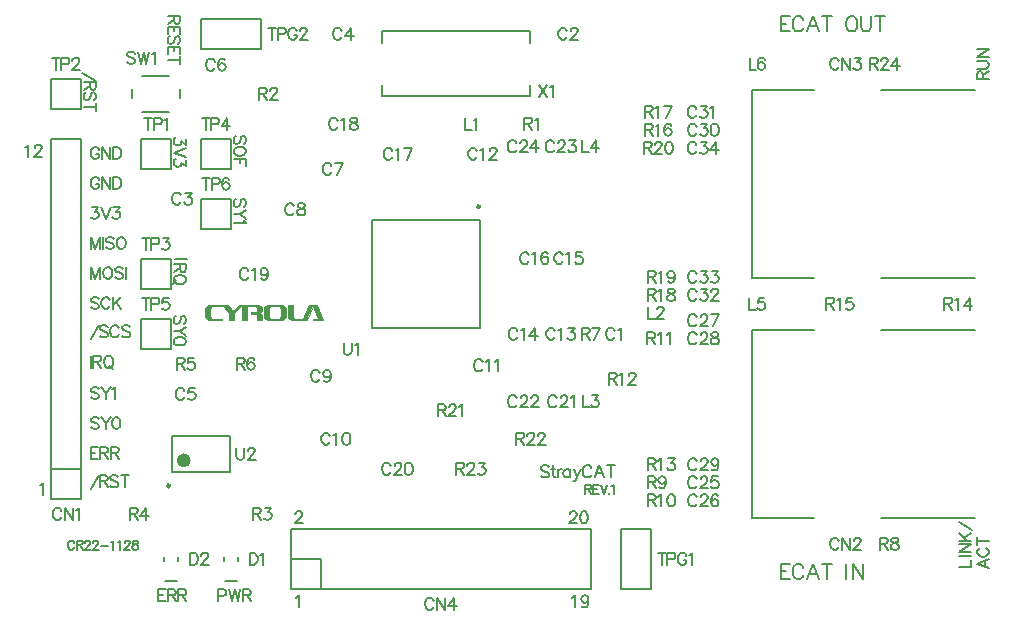
<source format=gto>
G04*
G04 #@! TF.GenerationSoftware,Altium Limited,CircuitStudio,1.5.2 (30)*
G04*
G04 Layer_Color=15065295*
%FSLAX25Y25*%
%MOIN*%
G70*
G01*
G75*
%ADD43C,0.02362*%
%ADD44C,0.00984*%
%ADD45C,0.00787*%
%ADD46C,0.00050*%
%ADD47C,0.00800*%
%ADD48C,0.00600*%
%ADD49C,0.00700*%
G36*
X91963Y109655D02*
X92701Y109384D01*
X93122Y108947D01*
X93255Y108356D01*
Y105855D01*
X93124Y105287D01*
X92708Y104859D01*
X91970Y104592D01*
X90874Y104500D01*
X89660D01*
Y104949D01*
X90367D01*
X90919Y105006D01*
X91299Y105175D01*
X91518Y105458D01*
X91589Y105855D01*
Y108356D01*
X91518Y108810D01*
X91299Y109101D01*
X90919Y109254D01*
X90367Y109300D01*
X88937D01*
X88385Y109254D01*
X88006Y109101D01*
X87786Y108810D01*
X87717Y108356D01*
Y105855D01*
X87786Y105458D01*
X88006Y105175D01*
X88385Y105006D01*
X88937Y104949D01*
X89609D01*
Y104500D01*
X88430D01*
X87336Y104592D01*
X86596Y104859D01*
X86180Y105287D01*
X86050Y105855D01*
Y108356D01*
X86183Y108947D01*
X86603Y109384D01*
X87342Y109655D01*
X88430Y109749D01*
X90874D01*
X91963Y109655D01*
D02*
G37*
G36*
X83972Y109670D02*
X84773Y109421D01*
X85224Y108984D01*
X85365Y108341D01*
X85244Y107724D01*
X84924Y107335D01*
X84467Y107116D01*
X83937Y107008D01*
X84470Y106884D01*
X84932Y106661D01*
X85258Y106284D01*
X85381Y105706D01*
Y104500D01*
X83714D01*
Y105706D01*
X83634Y106225D01*
X83391Y106556D01*
X82984Y106732D01*
X82412Y106784D01*
X81817D01*
Y107226D01*
X82445D01*
X82979Y107276D01*
X83367Y107449D01*
X83603Y107769D01*
X83682Y108267D01*
X83603Y108763D01*
X83367Y109080D01*
X82979Y109250D01*
X82445Y109300D01*
X80349D01*
Y104500D01*
X78684D01*
Y109749D01*
X82778D01*
X83972Y109670D01*
D02*
G37*
G36*
X76131Y107091D02*
Y104500D01*
X74464D01*
Y107106D01*
X72514Y109300D01*
X69374D01*
X68820Y109254D01*
X68440Y109101D01*
X68221Y108810D01*
X68151Y108356D01*
Y105855D01*
X68221Y105458D01*
X68440Y105175D01*
X68820Y105006D01*
X69374Y104949D01*
X72135D01*
Y104500D01*
X68865D01*
X67770Y104592D01*
X67032Y104859D01*
X66616Y105287D01*
X66485Y105855D01*
Y108356D01*
X66618Y108947D01*
X67038Y109384D01*
X67777Y109655D01*
X68865Y109749D01*
X73893D01*
X75655Y107690D01*
X77592Y109749D01*
X78639D01*
X76131Y107091D01*
D02*
G37*
G36*
X105855Y104500D02*
X102270D01*
Y104949D01*
X104014D01*
X102331Y109300D01*
X102236D01*
X100538Y104500D01*
X96400D01*
X95304Y104592D01*
X94566Y104859D01*
X94150Y105287D01*
X94018Y105855D01*
Y109749D01*
X95685D01*
Y105855D01*
X95756Y105458D01*
X95975Y105175D01*
X96355Y105006D01*
X96907Y104949D01*
X98978D01*
X100967Y109749D01*
X103586D01*
X105855Y104500D01*
D02*
G37*
D43*
X60472Y57835D02*
G03*
X60472Y57835I-1181J0D01*
G01*
D44*
X54646Y49370D02*
G03*
X54646Y49370I-492J0D01*
G01*
X158012Y142441D02*
G03*
X158012Y142441I-492J0D01*
G01*
D45*
X205000Y15000D02*
Y35000D01*
X215000D01*
Y15000D02*
Y35000D01*
X205000Y15000D02*
X215000D01*
X65000Y195000D02*
X85000D01*
X65000D02*
Y205000D01*
X85000D01*
Y195000D02*
Y205000D01*
X45000Y155000D02*
Y165000D01*
Y155000D02*
X55000D01*
Y165000D01*
X45000D02*
X55000D01*
X15000Y175000D02*
Y185000D01*
Y175000D02*
X25000D01*
Y185000D01*
X15000D02*
X25000D01*
X45000Y95000D02*
Y105000D01*
Y95000D02*
X55000D01*
Y105000D01*
X45000D02*
X55000D01*
X65000Y135000D02*
Y145000D01*
Y135000D02*
X75000D01*
Y145000D01*
X65000D02*
X75000D01*
X65000Y155000D02*
Y165000D01*
Y155000D02*
X75000D01*
Y165000D01*
X65000D02*
X75000D01*
X95000Y25000D02*
X105000D01*
Y15000D02*
Y25000D01*
X95000Y15000D02*
X195000D01*
Y35000D01*
X95000D02*
X195000D01*
X95000Y15000D02*
Y35000D01*
X45000Y115000D02*
Y125000D01*
Y115000D02*
X55000D01*
Y125000D01*
X45000D02*
X55000D01*
X15000Y45000D02*
X25000D01*
Y165000D01*
X15000Y45000D02*
Y165000D01*
Y55000D02*
X25000D01*
X15000Y165000D02*
X25000D01*
X73000Y17500D02*
X77000D01*
X77362Y24409D02*
Y25591D01*
X72638Y24409D02*
Y25591D01*
X58000Y178500D02*
Y181500D01*
X42000Y178500D02*
Y181500D01*
X45500Y186000D02*
X54500D01*
X45500Y174000D02*
X54500D01*
X125394Y200827D02*
X174606D01*
X125394Y179173D02*
Y183110D01*
X174606Y196890D02*
Y200827D01*
X125394Y196890D02*
Y200827D01*
Y179173D02*
X174606D01*
Y183110D01*
X53000Y17500D02*
X57000D01*
X57362Y24409D02*
Y25591D01*
X52638Y24409D02*
Y25591D01*
X74646Y53898D02*
Y66102D01*
X55354Y53898D02*
Y66102D01*
X74646D01*
X55354Y53898D02*
X74646D01*
X291811Y118720D02*
X323012D01*
X248661Y118760D02*
Y181240D01*
X269272D01*
X248661Y118760D02*
X269272D01*
X291772Y181240D02*
X323012D01*
X291811Y38721D02*
X323012D01*
X248661Y38760D02*
Y101240D01*
X269272D01*
X248661Y38760D02*
X269272D01*
X291772Y101240D02*
X323012D01*
X121890Y101890D02*
Y138110D01*
X158110Y101890D02*
Y138110D01*
X121890Y101890D02*
X158110D01*
X121890Y138110D02*
X158110D01*
D46*
X73893Y109749D02*
X75655Y107690D01*
X68865Y109749D02*
X73893D01*
X67777Y109655D02*
X68865Y109749D01*
X67038Y109384D02*
X67777Y109655D01*
X66618Y108947D02*
X67038Y109384D01*
X66485Y108356D02*
X66618Y108947D01*
X66485Y105855D02*
Y108356D01*
Y105855D02*
X66616Y105287D01*
X67032Y104859D01*
X67770Y104592D01*
X69374Y104949D02*
X72135D01*
X68820Y105006D02*
X69374Y104949D01*
X68440Y105175D02*
X68820Y105006D01*
X68221Y105458D02*
X68440Y105175D01*
X68151Y105855D02*
X68221Y105458D01*
X68151Y105855D02*
Y108356D01*
X68221Y108810D01*
X68440Y109101D01*
X68820Y109254D01*
X69374Y109300D01*
X72514D01*
X74464Y107106D01*
X76131Y107091D02*
X78639Y109749D01*
X77592D02*
X78639D01*
X75655Y107690D02*
X77592Y109749D01*
X83937Y107008D02*
X84467Y107116D01*
X84924Y107335D01*
X85244Y107724D01*
X85365Y108341D01*
X85224Y108984D02*
X85365Y108341D01*
X84773Y109421D02*
X85224Y108984D01*
X83972Y109670D02*
X84773Y109421D01*
X82778Y109749D02*
X83972Y109670D01*
X78684Y109749D02*
X82778D01*
X80349Y109300D02*
X82445D01*
X82979Y109250D01*
X83367Y109080D01*
X83603Y108763D01*
X83682Y108267D01*
X83603Y107769D02*
X83682Y108267D01*
X83367Y107449D02*
X83603Y107769D01*
X82979Y107276D02*
X83367Y107449D01*
X82445Y107226D02*
X82979Y107276D01*
X81817Y107226D02*
X82445D01*
X81817Y106784D02*
Y107226D01*
Y106784D02*
X82412D01*
X82984Y106732D01*
X83391Y106556D01*
X83634Y106225D01*
X83714Y105706D01*
X85258Y106284D02*
X85381Y105706D01*
X84932Y106661D02*
X85258Y106284D01*
X84470Y106884D02*
X84932Y106661D01*
X83937Y107008D02*
X84470Y106884D01*
X100967Y109749D02*
X103586D01*
X98978Y104949D02*
X100967Y109749D01*
X96907Y104949D02*
X98978D01*
X96355Y105006D02*
X96907Y104949D01*
X95975Y105175D02*
X96355Y105006D01*
X95756Y105458D02*
X95975Y105175D01*
X95685Y105855D02*
X95756Y105458D01*
X95685Y105855D02*
Y106482D01*
Y109749D01*
X94018D02*
X95685D01*
X94018Y106482D02*
Y109749D01*
Y105855D02*
Y106482D01*
Y105855D02*
X94150Y105287D01*
X94566Y104859D01*
X95304Y104592D01*
X102236Y109300D02*
X102331D01*
X104014Y104949D01*
X102270D02*
X104014D01*
X88430Y109749D02*
X90874D01*
X87342Y109655D02*
X88430Y109749D01*
X86603Y109384D02*
X87342Y109655D01*
X86183Y108947D02*
X86603Y109384D01*
X86050Y108356D02*
X86183Y108947D01*
X86050Y105855D02*
Y108356D01*
Y105855D02*
X86180Y105287D01*
X86596Y104859D01*
X87336Y104592D01*
X88937Y104949D02*
X89609D01*
X88385Y105006D02*
X88937Y104949D01*
X88006Y105175D02*
X88385Y105006D01*
X87786Y105458D02*
X88006Y105175D01*
X87717Y105855D02*
X87786Y105458D01*
X87717Y105855D02*
Y108356D01*
X87786Y108810D01*
X88006Y109101D01*
X88385Y109254D01*
X88937Y109300D01*
X90367D01*
X90919Y109254D01*
X91299Y109101D01*
X91518Y108810D01*
X91589Y108356D01*
Y105855D02*
Y108356D01*
X91518Y105458D02*
X91589Y105855D01*
X91299Y105175D02*
X91518Y105458D01*
X90919Y105006D02*
X91299Y105175D01*
X90367Y104949D02*
X90919Y105006D01*
X89660Y104949D02*
X90367D01*
X91970Y104592D02*
X92708Y104859D01*
X93124Y105287D01*
X93255Y105855D01*
Y108356D01*
X93122Y108947D02*
X93255Y108356D01*
X92701Y109384D02*
X93122Y108947D01*
X91963Y109655D02*
X92701Y109384D01*
X90874Y109749D02*
X91963Y109655D01*
X67770Y104592D02*
X68865Y104500D01*
X72135D01*
Y104949D01*
X74464Y104500D02*
Y107106D01*
Y104500D02*
X76131D01*
Y107091D01*
X78684Y104500D02*
Y109749D01*
Y104500D02*
X80349D01*
Y109300D01*
X83714Y104500D02*
Y105706D01*
Y104500D02*
X85381D01*
Y105706D01*
X102270Y104500D02*
X105855D01*
X103586Y109749D02*
X105855Y104500D01*
X95304Y104592D02*
X96400Y104500D01*
X97037D01*
X100538D01*
X102236Y109300D01*
X102270Y104500D02*
Y104949D01*
X87336Y104592D02*
X88430Y104500D01*
X89609D01*
Y104949D01*
X89660Y104500D02*
Y104949D01*
Y104500D02*
X90874D01*
X91970Y104592D01*
D47*
X59533Y81047D02*
X59343Y81428D01*
X58962Y81809D01*
X58581Y82000D01*
X57819D01*
X57439Y81809D01*
X57058Y81428D01*
X56867Y81047D01*
X56677Y80476D01*
Y79524D01*
X56867Y78953D01*
X57058Y78572D01*
X57439Y78191D01*
X57819Y78000D01*
X58581D01*
X58962Y78191D01*
X59343Y78572D01*
X59533Y78953D01*
X62942Y82000D02*
X61038D01*
X60847Y80286D01*
X61038Y80476D01*
X61609Y80667D01*
X62181D01*
X62752Y80476D01*
X63133Y80095D01*
X63323Y79524D01*
Y79143D01*
X63133Y78572D01*
X62752Y78191D01*
X62181Y78000D01*
X61609D01*
X61038Y78191D01*
X60847Y78381D01*
X60657Y78762D01*
X230253Y51547D02*
X230062Y51928D01*
X229682Y52309D01*
X229301Y52500D01*
X228539D01*
X228158Y52309D01*
X227777Y51928D01*
X227587Y51547D01*
X227396Y50976D01*
Y50024D01*
X227587Y49453D01*
X227777Y49072D01*
X228158Y48691D01*
X228539Y48500D01*
X229301D01*
X229682Y48691D01*
X230062Y49072D01*
X230253Y49453D01*
X231567Y51547D02*
Y51738D01*
X231757Y52119D01*
X231948Y52309D01*
X232329Y52500D01*
X233090D01*
X233471Y52309D01*
X233662Y52119D01*
X233852Y51738D01*
Y51357D01*
X233662Y50976D01*
X233281Y50405D01*
X231376Y48500D01*
X234043D01*
X237223Y52500D02*
X235318D01*
X235128Y50786D01*
X235318Y50976D01*
X235890Y51166D01*
X236461D01*
X237032Y50976D01*
X237413Y50595D01*
X237604Y50024D01*
Y49643D01*
X237413Y49072D01*
X237032Y48691D01*
X236461Y48500D01*
X235890D01*
X235318Y48691D01*
X235128Y48881D01*
X234938Y49262D01*
X230348Y45547D02*
X230158Y45928D01*
X229777Y46309D01*
X229396Y46500D01*
X228634D01*
X228253Y46309D01*
X227872Y45928D01*
X227682Y45547D01*
X227492Y44976D01*
Y44024D01*
X227682Y43453D01*
X227872Y43072D01*
X228253Y42691D01*
X228634Y42500D01*
X229396D01*
X229777Y42691D01*
X230158Y43072D01*
X230348Y43453D01*
X231662Y45547D02*
Y45738D01*
X231853Y46119D01*
X232043Y46309D01*
X232424Y46500D01*
X233186D01*
X233566Y46309D01*
X233757Y46119D01*
X233947Y45738D01*
Y45357D01*
X233757Y44976D01*
X233376Y44405D01*
X231472Y42500D01*
X234138D01*
X237318Y45928D02*
X237128Y46309D01*
X236556Y46500D01*
X236175D01*
X235604Y46309D01*
X235223Y45738D01*
X235033Y44786D01*
Y43834D01*
X235223Y43072D01*
X235604Y42691D01*
X236175Y42500D01*
X236366D01*
X236937Y42691D01*
X237318Y43072D01*
X237508Y43643D01*
Y43834D01*
X237318Y44405D01*
X236937Y44786D01*
X236366Y44976D01*
X236175D01*
X235604Y44786D01*
X235223Y44405D01*
X235033Y43834D01*
X230253Y105547D02*
X230062Y105928D01*
X229682Y106309D01*
X229301Y106500D01*
X228539D01*
X228158Y106309D01*
X227777Y105928D01*
X227587Y105547D01*
X227396Y104976D01*
Y104024D01*
X227587Y103453D01*
X227777Y103072D01*
X228158Y102691D01*
X228539Y102500D01*
X229301D01*
X229682Y102691D01*
X230062Y103072D01*
X230253Y103453D01*
X231567Y105547D02*
Y105738D01*
X231757Y106119D01*
X231948Y106309D01*
X232329Y106500D01*
X233090D01*
X233471Y106309D01*
X233662Y106119D01*
X233852Y105738D01*
Y105357D01*
X233662Y104976D01*
X233281Y104405D01*
X231376Y102500D01*
X234043D01*
X237604Y106500D02*
X235699Y102500D01*
X234938Y106500D02*
X237604D01*
X230253Y99547D02*
X230062Y99928D01*
X229682Y100309D01*
X229301Y100500D01*
X228539D01*
X228158Y100309D01*
X227777Y99928D01*
X227587Y99547D01*
X227396Y98976D01*
Y98024D01*
X227587Y97453D01*
X227777Y97072D01*
X228158Y96691D01*
X228539Y96500D01*
X229301D01*
X229682Y96691D01*
X230062Y97072D01*
X230253Y97453D01*
X231567Y99547D02*
Y99738D01*
X231757Y100119D01*
X231948Y100309D01*
X232329Y100500D01*
X233090D01*
X233471Y100309D01*
X233662Y100119D01*
X233852Y99738D01*
Y99357D01*
X233662Y98976D01*
X233281Y98405D01*
X231376Y96500D01*
X234043D01*
X235890Y100500D02*
X235318Y100309D01*
X235128Y99928D01*
Y99547D01*
X235318Y99167D01*
X235699Y98976D01*
X236461Y98786D01*
X237032Y98595D01*
X237413Y98214D01*
X237604Y97834D01*
Y97262D01*
X237413Y96881D01*
X237223Y96691D01*
X236651Y96500D01*
X235890D01*
X235318Y96691D01*
X235128Y96881D01*
X234938Y97262D01*
Y97834D01*
X235128Y98214D01*
X235509Y98595D01*
X236080Y98786D01*
X236842Y98976D01*
X237223Y99167D01*
X237413Y99547D01*
Y99928D01*
X237223Y100309D01*
X236651Y100500D01*
X235890D01*
X230348Y57547D02*
X230158Y57928D01*
X229777Y58309D01*
X229396Y58500D01*
X228634D01*
X228253Y58309D01*
X227872Y57928D01*
X227682Y57547D01*
X227492Y56976D01*
Y56024D01*
X227682Y55453D01*
X227872Y55072D01*
X228253Y54691D01*
X228634Y54500D01*
X229396D01*
X229777Y54691D01*
X230158Y55072D01*
X230348Y55453D01*
X231662Y57547D02*
Y57738D01*
X231853Y58119D01*
X232043Y58309D01*
X232424Y58500D01*
X233186D01*
X233566Y58309D01*
X233757Y58119D01*
X233947Y57738D01*
Y57357D01*
X233757Y56976D01*
X233376Y56405D01*
X231472Y54500D01*
X234138D01*
X237508Y57166D02*
X237318Y56595D01*
X236937Y56214D01*
X236366Y56024D01*
X236175D01*
X235604Y56214D01*
X235223Y56595D01*
X235033Y57166D01*
Y57357D01*
X235223Y57928D01*
X235604Y58309D01*
X236175Y58500D01*
X236366D01*
X236937Y58309D01*
X237318Y57928D01*
X237508Y57166D01*
Y56214D01*
X237318Y55262D01*
X236937Y54691D01*
X236366Y54500D01*
X235985D01*
X235414Y54691D01*
X235223Y55072D01*
X230253Y114047D02*
X230062Y114428D01*
X229682Y114809D01*
X229301Y115000D01*
X228539D01*
X228158Y114809D01*
X227777Y114428D01*
X227587Y114047D01*
X227396Y113476D01*
Y112524D01*
X227587Y111953D01*
X227777Y111572D01*
X228158Y111191D01*
X228539Y111000D01*
X229301D01*
X229682Y111191D01*
X230062Y111572D01*
X230253Y111953D01*
X231757Y115000D02*
X233852D01*
X232710Y113476D01*
X233281D01*
X233662Y113286D01*
X233852Y113095D01*
X234043Y112524D01*
Y112143D01*
X233852Y111572D01*
X233471Y111191D01*
X232900Y111000D01*
X232329D01*
X231757Y111191D01*
X231567Y111381D01*
X231376Y111762D01*
X235128Y114047D02*
Y114238D01*
X235318Y114619D01*
X235509Y114809D01*
X235890Y115000D01*
X236651D01*
X237032Y114809D01*
X237223Y114619D01*
X237413Y114238D01*
Y113857D01*
X237223Y113476D01*
X236842Y112905D01*
X234938Y111000D01*
X237604D01*
X230253Y120047D02*
X230062Y120428D01*
X229682Y120809D01*
X229301Y121000D01*
X228539D01*
X228158Y120809D01*
X227777Y120428D01*
X227587Y120047D01*
X227396Y119476D01*
Y118524D01*
X227587Y117953D01*
X227777Y117572D01*
X228158Y117191D01*
X228539Y117000D01*
X229301D01*
X229682Y117191D01*
X230062Y117572D01*
X230253Y117953D01*
X231757Y121000D02*
X233852D01*
X232710Y119476D01*
X233281D01*
X233662Y119286D01*
X233852Y119095D01*
X234043Y118524D01*
Y118143D01*
X233852Y117572D01*
X233471Y117191D01*
X232900Y117000D01*
X232329D01*
X231757Y117191D01*
X231567Y117381D01*
X231376Y117762D01*
X235318Y121000D02*
X237413D01*
X236271Y119476D01*
X236842D01*
X237223Y119286D01*
X237413Y119095D01*
X237604Y118524D01*
Y118143D01*
X237413Y117572D01*
X237032Y117191D01*
X236461Y117000D01*
X235890D01*
X235318Y117191D01*
X235128Y117381D01*
X234938Y117762D01*
X230158Y163047D02*
X229967Y163428D01*
X229586Y163809D01*
X229205Y164000D01*
X228444D01*
X228063Y163809D01*
X227682Y163428D01*
X227492Y163047D01*
X227301Y162476D01*
Y161524D01*
X227492Y160953D01*
X227682Y160572D01*
X228063Y160191D01*
X228444Y160000D01*
X229205D01*
X229586Y160191D01*
X229967Y160572D01*
X230158Y160953D01*
X231662Y164000D02*
X233757D01*
X232614Y162476D01*
X233186D01*
X233566Y162286D01*
X233757Y162095D01*
X233947Y161524D01*
Y161143D01*
X233757Y160572D01*
X233376Y160191D01*
X232805Y160000D01*
X232233D01*
X231662Y160191D01*
X231472Y160381D01*
X231281Y160762D01*
X236747Y164000D02*
X234842Y161334D01*
X237699D01*
X236747Y164000D02*
Y160000D01*
X18505Y41047D02*
X18315Y41428D01*
X17934Y41809D01*
X17553Y42000D01*
X16791D01*
X16410Y41809D01*
X16029Y41428D01*
X15839Y41047D01*
X15649Y40476D01*
Y39524D01*
X15839Y38953D01*
X16029Y38572D01*
X16410Y38191D01*
X16791Y38000D01*
X17553D01*
X17934Y38191D01*
X18315Y38572D01*
X18505Y38953D01*
X19629Y42000D02*
Y38000D01*
Y42000D02*
X22295Y38000D01*
Y42000D02*
Y38000D01*
X23399Y41238D02*
X23780Y41428D01*
X24351Y42000D01*
Y38000D01*
X277648Y31047D02*
X277458Y31428D01*
X277077Y31809D01*
X276696Y32000D01*
X275934D01*
X275553Y31809D01*
X275172Y31428D01*
X274982Y31047D01*
X274792Y30476D01*
Y29524D01*
X274982Y28953D01*
X275172Y28572D01*
X275553Y28191D01*
X275934Y28000D01*
X276696D01*
X277077Y28191D01*
X277458Y28572D01*
X277648Y28953D01*
X278772Y32000D02*
Y28000D01*
Y32000D02*
X281438Y28000D01*
Y32000D02*
Y28000D01*
X282733Y31047D02*
Y31238D01*
X282923Y31619D01*
X283114Y31809D01*
X283494Y32000D01*
X284256D01*
X284637Y31809D01*
X284827Y31619D01*
X285018Y31238D01*
Y30857D01*
X284827Y30476D01*
X284447Y29905D01*
X282542Y28000D01*
X285208D01*
X277648Y191047D02*
X277458Y191428D01*
X277077Y191809D01*
X276696Y192000D01*
X275934D01*
X275553Y191809D01*
X275172Y191428D01*
X274982Y191047D01*
X274792Y190476D01*
Y189524D01*
X274982Y188953D01*
X275172Y188572D01*
X275553Y188191D01*
X275934Y188000D01*
X276696D01*
X277077Y188191D01*
X277458Y188572D01*
X277648Y188953D01*
X278772Y192000D02*
Y188000D01*
Y192000D02*
X281438Y188000D01*
Y192000D02*
Y188000D01*
X282923Y192000D02*
X285018D01*
X283875Y190476D01*
X284447D01*
X284827Y190286D01*
X285018Y190095D01*
X285208Y189524D01*
Y189143D01*
X285018Y188572D01*
X284637Y188191D01*
X284066Y188000D01*
X283494D01*
X282923Y188191D01*
X282733Y188381D01*
X282542Y188762D01*
X142553Y11047D02*
X142362Y11428D01*
X141982Y11809D01*
X141601Y12000D01*
X140839D01*
X140458Y11809D01*
X140077Y11428D01*
X139887Y11047D01*
X139696Y10476D01*
Y9524D01*
X139887Y8953D01*
X140077Y8572D01*
X140458Y8191D01*
X140839Y8000D01*
X141601D01*
X141982Y8191D01*
X142362Y8572D01*
X142553Y8953D01*
X143676Y12000D02*
Y8000D01*
Y12000D02*
X146343Y8000D01*
Y12000D02*
Y8000D01*
X149351Y12000D02*
X147447Y9334D01*
X150304D01*
X149351Y12000D02*
Y8000D01*
X81243Y27000D02*
Y23000D01*
Y27000D02*
X82576D01*
X83148Y26809D01*
X83529Y26428D01*
X83719Y26047D01*
X83909Y25476D01*
Y24524D01*
X83719Y23953D01*
X83529Y23572D01*
X83148Y23191D01*
X82576Y23000D01*
X81243D01*
X84804Y26238D02*
X85185Y26428D01*
X85757Y27000D01*
Y23000D01*
X61386Y27000D02*
Y23000D01*
Y27000D02*
X62719D01*
X63291Y26809D01*
X63672Y26428D01*
X63862Y26047D01*
X64052Y25476D01*
Y24524D01*
X63862Y23953D01*
X63672Y23572D01*
X63291Y23191D01*
X62719Y23000D01*
X61386D01*
X65138Y26047D02*
Y26238D01*
X65328Y26619D01*
X65519Y26809D01*
X65900Y27000D01*
X66661D01*
X67042Y26809D01*
X67233Y26619D01*
X67423Y26238D01*
Y25857D01*
X67233Y25476D01*
X66852Y24905D01*
X64947Y23000D01*
X67614D01*
X291386Y32000D02*
Y28000D01*
Y32000D02*
X293100D01*
X293672Y31809D01*
X293862Y31619D01*
X294053Y31238D01*
Y30857D01*
X293862Y30476D01*
X293672Y30286D01*
X293100Y30095D01*
X291386D01*
X292719D02*
X294053Y28000D01*
X295900Y32000D02*
X295328Y31809D01*
X295138Y31428D01*
Y31047D01*
X295328Y30667D01*
X295709Y30476D01*
X296471Y30286D01*
X297042Y30095D01*
X297423Y29714D01*
X297614Y29333D01*
Y28762D01*
X297423Y28381D01*
X297233Y28191D01*
X296661Y28000D01*
X295900D01*
X295328Y28191D01*
X295138Y28381D01*
X294948Y28762D01*
Y29333D01*
X295138Y29714D01*
X295519Y30095D01*
X296090Y30286D01*
X296852Y30476D01*
X297233Y30667D01*
X297423Y31047D01*
Y31428D01*
X297233Y31809D01*
X296661Y32000D01*
X295900D01*
X213920Y46500D02*
Y42500D01*
Y46500D02*
X215634D01*
X216205Y46309D01*
X216396Y46119D01*
X216586Y45738D01*
Y45357D01*
X216396Y44976D01*
X216205Y44786D01*
X215634Y44595D01*
X213920D01*
X215253D02*
X216586Y42500D01*
X217481Y45738D02*
X217862Y45928D01*
X218433Y46500D01*
Y42500D01*
X221556Y46500D02*
X220985Y46309D01*
X220604Y45738D01*
X220414Y44786D01*
Y44214D01*
X220604Y43262D01*
X220985Y42691D01*
X221556Y42500D01*
X221937D01*
X222509Y42691D01*
X222889Y43262D01*
X223080Y44214D01*
Y44786D01*
X222889Y45738D01*
X222509Y46309D01*
X221937Y46500D01*
X221556D01*
X213777Y100500D02*
Y96500D01*
Y100500D02*
X215491D01*
X216062Y100309D01*
X216253Y100119D01*
X216443Y99738D01*
Y99357D01*
X216253Y98976D01*
X216062Y98786D01*
X215491Y98595D01*
X213777D01*
X215110D02*
X216443Y96500D01*
X217338Y99738D02*
X217719Y99928D01*
X218290Y100500D01*
Y96500D01*
X220271Y99738D02*
X220652Y99928D01*
X221223Y100500D01*
Y96500D01*
X200920Y87000D02*
Y83000D01*
Y87000D02*
X202634D01*
X203205Y86809D01*
X203396Y86619D01*
X203586Y86238D01*
Y85857D01*
X203396Y85476D01*
X203205Y85286D01*
X202634Y85095D01*
X200920D01*
X202253D02*
X203586Y83000D01*
X204481Y86238D02*
X204862Y86428D01*
X205433Y87000D01*
Y83000D01*
X207604Y86047D02*
Y86238D01*
X207795Y86619D01*
X207985Y86809D01*
X208366Y87000D01*
X209128D01*
X209509Y86809D01*
X209699Y86619D01*
X209890Y86238D01*
Y85857D01*
X209699Y85476D01*
X209318Y84905D01*
X207414Y83000D01*
X210080D01*
X213920Y58500D02*
Y54500D01*
Y58500D02*
X215634D01*
X216205Y58309D01*
X216396Y58119D01*
X216586Y57738D01*
Y57357D01*
X216396Y56976D01*
X216205Y56786D01*
X215634Y56595D01*
X213920D01*
X215253D02*
X216586Y54500D01*
X217481Y57738D02*
X217862Y57928D01*
X218433Y58500D01*
Y54500D01*
X220795Y58500D02*
X222889D01*
X221747Y56976D01*
X222318D01*
X222699Y56786D01*
X222889Y56595D01*
X223080Y56024D01*
Y55643D01*
X222889Y55072D01*
X222509Y54691D01*
X221937Y54500D01*
X221366D01*
X220795Y54691D01*
X220604Y54881D01*
X220414Y55262D01*
X312825Y112000D02*
Y108000D01*
Y112000D02*
X314539D01*
X315110Y111809D01*
X315300Y111619D01*
X315491Y111238D01*
Y110857D01*
X315300Y110476D01*
X315110Y110286D01*
X314539Y110095D01*
X312825D01*
X314158D02*
X315491Y108000D01*
X316386Y111238D02*
X316767Y111428D01*
X317338Y112000D01*
Y108000D01*
X321223Y112000D02*
X319319Y109334D01*
X322175D01*
X321223Y112000D02*
Y108000D01*
X273420Y112000D02*
Y108000D01*
Y112000D02*
X275134D01*
X275705Y111809D01*
X275896Y111619D01*
X276086Y111238D01*
Y110857D01*
X275896Y110476D01*
X275705Y110286D01*
X275134Y110095D01*
X273420D01*
X274753D02*
X276086Y108000D01*
X276981Y111238D02*
X277362Y111428D01*
X277933Y112000D01*
Y108000D01*
X282199Y112000D02*
X280295D01*
X280104Y110286D01*
X280295Y110476D01*
X280866Y110667D01*
X281437D01*
X282009Y110476D01*
X282389Y110095D01*
X282580Y109524D01*
Y109143D01*
X282389Y108572D01*
X282009Y108191D01*
X281437Y108000D01*
X280866D01*
X280295Y108191D01*
X280104Y108381D01*
X279914Y108762D01*
X213015Y170000D02*
Y166000D01*
Y170000D02*
X214729D01*
X215300Y169809D01*
X215491Y169619D01*
X215681Y169238D01*
Y168857D01*
X215491Y168476D01*
X215300Y168286D01*
X214729Y168095D01*
X213015D01*
X214348D02*
X215681Y166000D01*
X216576Y169238D02*
X216957Y169428D01*
X217529Y170000D01*
Y166000D01*
X221794Y169428D02*
X221604Y169809D01*
X221033Y170000D01*
X220652D01*
X220080Y169809D01*
X219700Y169238D01*
X219509Y168286D01*
Y167333D01*
X219700Y166572D01*
X220080Y166191D01*
X220652Y166000D01*
X220842D01*
X221413Y166191D01*
X221794Y166572D01*
X221985Y167143D01*
Y167333D01*
X221794Y167905D01*
X221413Y168286D01*
X220842Y168476D01*
X220652D01*
X220080Y168286D01*
X219700Y167905D01*
X219509Y167333D01*
X212920Y176000D02*
Y172000D01*
Y176000D02*
X214634D01*
X215205Y175809D01*
X215396Y175619D01*
X215586Y175238D01*
Y174857D01*
X215396Y174476D01*
X215205Y174286D01*
X214634Y174095D01*
X212920D01*
X214253D02*
X215586Y172000D01*
X216481Y175238D02*
X216862Y175428D01*
X217433Y176000D01*
Y172000D01*
X222080Y176000D02*
X220176Y172000D01*
X219414Y176000D02*
X222080D01*
X213920Y115000D02*
Y111000D01*
Y115000D02*
X215634D01*
X216205Y114809D01*
X216396Y114619D01*
X216586Y114238D01*
Y113857D01*
X216396Y113476D01*
X216205Y113286D01*
X215634Y113095D01*
X213920D01*
X215253D02*
X216586Y111000D01*
X217481Y114238D02*
X217862Y114428D01*
X218433Y115000D01*
Y111000D01*
X221366Y115000D02*
X220795Y114809D01*
X220604Y114428D01*
Y114047D01*
X220795Y113666D01*
X221176Y113476D01*
X221937Y113286D01*
X222509Y113095D01*
X222889Y112714D01*
X223080Y112334D01*
Y111762D01*
X222889Y111381D01*
X222699Y111191D01*
X222128Y111000D01*
X221366D01*
X220795Y111191D01*
X220604Y111381D01*
X220414Y111762D01*
Y112334D01*
X220604Y112714D01*
X220985Y113095D01*
X221556Y113286D01*
X222318Y113476D01*
X222699Y113666D01*
X222889Y114047D01*
Y114428D01*
X222699Y114809D01*
X222128Y115000D01*
X221366D01*
X214015Y121000D02*
Y117000D01*
Y121000D02*
X215729D01*
X216301Y120809D01*
X216491Y120619D01*
X216681Y120238D01*
Y119857D01*
X216491Y119476D01*
X216301Y119286D01*
X215729Y119095D01*
X214015D01*
X215348D02*
X216681Y117000D01*
X217576Y120238D02*
X217957Y120428D01*
X218529Y121000D01*
Y117000D01*
X222985Y119667D02*
X222794Y119095D01*
X222413Y118714D01*
X221842Y118524D01*
X221652D01*
X221080Y118714D01*
X220700Y119095D01*
X220509Y119667D01*
Y119857D01*
X220700Y120428D01*
X221080Y120809D01*
X221652Y121000D01*
X221842D01*
X222413Y120809D01*
X222794Y120428D01*
X222985Y119667D01*
Y118714D01*
X222794Y117762D01*
X222413Y117191D01*
X221842Y117000D01*
X221461D01*
X220890Y117191D01*
X220700Y117572D01*
X212606Y164000D02*
Y160000D01*
Y164000D02*
X214320D01*
X214891Y163809D01*
X215082Y163619D01*
X215272Y163238D01*
Y162857D01*
X215082Y162476D01*
X214891Y162286D01*
X214320Y162095D01*
X212606D01*
X213939D02*
X215272Y160000D01*
X216357Y163047D02*
Y163238D01*
X216548Y163619D01*
X216738Y163809D01*
X217119Y164000D01*
X217881D01*
X218262Y163809D01*
X218452Y163619D01*
X218643Y163238D01*
Y162857D01*
X218452Y162476D01*
X218071Y161905D01*
X216167Y160000D01*
X218833D01*
X220871Y164000D02*
X220299Y163809D01*
X219918Y163238D01*
X219728Y162286D01*
Y161714D01*
X219918Y160762D01*
X220299Y160191D01*
X220871Y160000D01*
X221252D01*
X221823Y160191D01*
X222204Y160762D01*
X222394Y161714D01*
Y162286D01*
X222204Y163238D01*
X221823Y163809D01*
X221252Y164000D01*
X220871D01*
X288011Y192000D02*
Y188000D01*
Y192000D02*
X289724D01*
X290296Y191809D01*
X290486Y191619D01*
X290677Y191238D01*
Y190857D01*
X290486Y190476D01*
X290296Y190286D01*
X289724Y190095D01*
X288011D01*
X289344D02*
X290677Y188000D01*
X291762Y191047D02*
Y191238D01*
X291953Y191619D01*
X292143Y191809D01*
X292524Y192000D01*
X293286D01*
X293667Y191809D01*
X293857Y191619D01*
X294047Y191238D01*
Y190857D01*
X293857Y190476D01*
X293476Y189905D01*
X291572Y188000D01*
X294238D01*
X297037Y192000D02*
X295133Y189333D01*
X297989D01*
X297037Y192000D02*
Y188000D01*
X47505Y172000D02*
Y168000D01*
X46172Y172000D02*
X48838D01*
X49314Y169905D02*
X51028D01*
X51600Y170095D01*
X51790Y170286D01*
X51981Y170667D01*
Y171238D01*
X51790Y171619D01*
X51600Y171809D01*
X51028Y172000D01*
X49314D01*
Y168000D01*
X52876Y171238D02*
X53256Y171428D01*
X53828Y172000D01*
Y168000D01*
X16648Y192000D02*
Y188000D01*
X15315Y192000D02*
X17981D01*
X18458Y189905D02*
X20171D01*
X20743Y190095D01*
X20933Y190286D01*
X21124Y190666D01*
Y191238D01*
X20933Y191619D01*
X20743Y191809D01*
X20171Y192000D01*
X18458D01*
Y188000D01*
X22209Y191047D02*
Y191238D01*
X22400Y191619D01*
X22590Y191809D01*
X22971Y192000D01*
X23732D01*
X24113Y191809D01*
X24304Y191619D01*
X24494Y191238D01*
Y190857D01*
X24304Y190476D01*
X23923Y189905D01*
X22019Y188000D01*
X24685D01*
X46648Y132000D02*
Y128000D01*
X45315Y132000D02*
X47981D01*
X48458Y129905D02*
X50171D01*
X50743Y130095D01*
X50933Y130286D01*
X51124Y130666D01*
Y131238D01*
X50933Y131619D01*
X50743Y131809D01*
X50171Y132000D01*
X48458D01*
Y128000D01*
X52399Y132000D02*
X54494D01*
X53352Y130476D01*
X53923D01*
X54304Y130286D01*
X54494Y130095D01*
X54685Y129524D01*
Y129143D01*
X54494Y128572D01*
X54113Y128191D01*
X53542Y128000D01*
X52971D01*
X52399Y128191D01*
X52209Y128381D01*
X52019Y128762D01*
X66553Y172000D02*
Y168000D01*
X65220Y172000D02*
X67886D01*
X68362Y169905D02*
X70076D01*
X70648Y170095D01*
X70838Y170286D01*
X71028Y170667D01*
Y171238D01*
X70838Y171619D01*
X70648Y171809D01*
X70076Y172000D01*
X68362D01*
Y168000D01*
X73828Y172000D02*
X71923Y169334D01*
X74780D01*
X73828Y172000D02*
Y168000D01*
X46648Y112000D02*
Y108000D01*
X45315Y112000D02*
X47981D01*
X48458Y109905D02*
X50171D01*
X50743Y110095D01*
X50933Y110286D01*
X51124Y110667D01*
Y111238D01*
X50933Y111619D01*
X50743Y111809D01*
X50171Y112000D01*
X48458D01*
Y108000D01*
X54304Y112000D02*
X52399D01*
X52209Y110286D01*
X52399Y110476D01*
X52971Y110667D01*
X53542D01*
X54113Y110476D01*
X54494Y110095D01*
X54685Y109524D01*
Y109143D01*
X54494Y108572D01*
X54113Y108191D01*
X53542Y108000D01*
X52971D01*
X52399Y108191D01*
X52209Y108381D01*
X52019Y108762D01*
X66744Y152000D02*
Y148000D01*
X65411Y152000D02*
X68077D01*
X68553Y149905D02*
X70267D01*
X70838Y150095D01*
X71028Y150286D01*
X71219Y150666D01*
Y151238D01*
X71028Y151619D01*
X70838Y151809D01*
X70267Y152000D01*
X68553D01*
Y148000D01*
X74399Y151428D02*
X74209Y151809D01*
X73637Y152000D01*
X73256D01*
X72685Y151809D01*
X72304Y151238D01*
X72114Y150286D01*
Y149334D01*
X72304Y148572D01*
X72685Y148191D01*
X73256Y148000D01*
X73447D01*
X74018Y148191D01*
X74399Y148572D01*
X74590Y149143D01*
Y149334D01*
X74399Y149905D01*
X74018Y150286D01*
X73447Y150476D01*
X73256D01*
X72685Y150286D01*
X72304Y149905D01*
X72114Y149334D01*
X218620Y27000D02*
Y23000D01*
X217287Y27000D02*
X219953D01*
X220429Y24905D02*
X222143D01*
X222714Y25095D01*
X222905Y25286D01*
X223095Y25666D01*
Y26238D01*
X222905Y26619D01*
X222714Y26809D01*
X222143Y27000D01*
X220429D01*
Y23000D01*
X226847Y26047D02*
X226656Y26428D01*
X226275Y26809D01*
X225895Y27000D01*
X225133D01*
X224752Y26809D01*
X224371Y26428D01*
X224181Y26047D01*
X223990Y25476D01*
Y24524D01*
X224181Y23953D01*
X224371Y23572D01*
X224752Y23191D01*
X225133Y23000D01*
X225895D01*
X226275Y23191D01*
X226656Y23572D01*
X226847Y23953D01*
Y24524D01*
X225895D02*
X226847D01*
X227761Y26238D02*
X228142Y26428D01*
X228713Y27000D01*
Y23000D01*
X88763Y202000D02*
Y198000D01*
X87430Y202000D02*
X90096D01*
X90572Y199905D02*
X92286D01*
X92857Y200095D01*
X93048Y200286D01*
X93238Y200666D01*
Y201238D01*
X93048Y201619D01*
X92857Y201809D01*
X92286Y202000D01*
X90572D01*
Y198000D01*
X96990Y201047D02*
X96799Y201428D01*
X96418Y201809D01*
X96038Y202000D01*
X95276D01*
X94895Y201809D01*
X94514Y201428D01*
X94324Y201047D01*
X94133Y200476D01*
Y199524D01*
X94324Y198953D01*
X94514Y198572D01*
X94895Y198191D01*
X95276Y198000D01*
X96038D01*
X96418Y198191D01*
X96799Y198572D01*
X96990Y198953D01*
Y199524D01*
X96038D02*
X96990D01*
X98094Y201047D02*
Y201238D01*
X98285Y201619D01*
X98475Y201809D01*
X98856Y202000D01*
X99618D01*
X99999Y201809D01*
X100189Y201619D01*
X100380Y201238D01*
Y200857D01*
X100189Y200476D01*
X99808Y199905D01*
X97904Y198000D01*
X100570D01*
X112639Y97000D02*
Y94143D01*
X112829Y93572D01*
X113210Y93191D01*
X113781Y93000D01*
X114162D01*
X114733Y93191D01*
X115114Y93572D01*
X115305Y94143D01*
Y97000D01*
X116409Y96238D02*
X116790Y96428D01*
X117361Y97000D01*
Y93000D01*
X76782Y62000D02*
Y59143D01*
X76972Y58572D01*
X77353Y58191D01*
X77924Y58000D01*
X78305D01*
X78876Y58191D01*
X79257Y58572D01*
X79448Y59143D01*
Y62000D01*
X80743Y61047D02*
Y61238D01*
X80933Y61619D01*
X81124Y61809D01*
X81504Y62000D01*
X82266D01*
X82647Y61809D01*
X82837Y61619D01*
X83028Y61238D01*
Y60857D01*
X82837Y60476D01*
X82457Y59905D01*
X80552Y58000D01*
X83218D01*
X177743Y183000D02*
X180409Y179000D01*
Y183000D02*
X177743Y179000D01*
X181305Y182238D02*
X181685Y182428D01*
X182257Y183000D01*
Y179000D01*
X247805Y112000D02*
Y108000D01*
X250091D01*
X252814Y112000D02*
X250909D01*
X250719Y110286D01*
X250909Y110476D01*
X251481Y110667D01*
X252052D01*
X252623Y110476D01*
X253004Y110095D01*
X253195Y109524D01*
Y109143D01*
X253004Y108572D01*
X252623Y108191D01*
X252052Y108000D01*
X251481D01*
X250909Y108191D01*
X250719Y108381D01*
X250529Y108762D01*
X247901Y192000D02*
Y188000D01*
X250186D01*
X252909Y191428D02*
X252719Y191809D01*
X252147Y192000D01*
X251766D01*
X251195Y191809D01*
X250814Y191238D01*
X250624Y190286D01*
Y189333D01*
X250814Y188572D01*
X251195Y188191D01*
X251766Y188000D01*
X251957D01*
X252528Y188191D01*
X252909Y188572D01*
X253099Y189143D01*
Y189333D01*
X252909Y189905D01*
X252528Y190286D01*
X251957Y190476D01*
X251766D01*
X251195Y190286D01*
X250814Y189905D01*
X250624Y189333D01*
X213982Y52500D02*
Y48500D01*
Y52500D02*
X215696D01*
X216267Y52309D01*
X216457Y52119D01*
X216648Y51738D01*
Y51357D01*
X216457Y50976D01*
X216267Y50786D01*
X215696Y50595D01*
X213982D01*
X215315D02*
X216648Y48500D01*
X220018Y51166D02*
X219828Y50595D01*
X219447Y50214D01*
X218876Y50024D01*
X218685D01*
X218114Y50214D01*
X217733Y50595D01*
X217543Y51166D01*
Y51357D01*
X217733Y51928D01*
X218114Y52309D01*
X218685Y52500D01*
X218876D01*
X219447Y52309D01*
X219828Y51928D01*
X220018Y51166D01*
Y50214D01*
X219828Y49262D01*
X219447Y48691D01*
X218876Y48500D01*
X218495D01*
X217924Y48691D01*
X217733Y49072D01*
X58333Y146147D02*
X58143Y146528D01*
X57762Y146909D01*
X57381Y147100D01*
X56620D01*
X56239Y146909D01*
X55858Y146528D01*
X55667Y146147D01*
X55477Y145576D01*
Y144624D01*
X55667Y144053D01*
X55858Y143672D01*
X56239Y143291D01*
X56620Y143100D01*
X57381D01*
X57762Y143291D01*
X58143Y143672D01*
X58333Y144053D01*
X59838Y147100D02*
X61933D01*
X60790Y145576D01*
X61361D01*
X61742Y145386D01*
X61933Y145195D01*
X62123Y144624D01*
Y144243D01*
X61933Y143672D01*
X61552Y143291D01*
X60980Y143100D01*
X60409D01*
X59838Y143291D01*
X59647Y143481D01*
X59457Y143862D01*
X69629Y190747D02*
X69438Y191128D01*
X69057Y191509D01*
X68677Y191700D01*
X67915D01*
X67534Y191509D01*
X67153Y191128D01*
X66963Y190747D01*
X66772Y190176D01*
Y189224D01*
X66963Y188653D01*
X67153Y188272D01*
X67534Y187891D01*
X67915Y187700D01*
X68677D01*
X69057Y187891D01*
X69438Y188272D01*
X69629Y188653D01*
X73037Y191128D02*
X72847Y191509D01*
X72276Y191700D01*
X71895D01*
X71324Y191509D01*
X70943Y190938D01*
X70752Y189986D01*
Y189033D01*
X70943Y188272D01*
X71324Y187891D01*
X71895Y187700D01*
X72085D01*
X72657Y187891D01*
X73037Y188272D01*
X73228Y188843D01*
Y189033D01*
X73037Y189605D01*
X72657Y189986D01*
X72085Y190176D01*
X71895D01*
X71324Y189986D01*
X70943Y189605D01*
X70752Y189033D01*
X84386Y182000D02*
Y178000D01*
Y182000D02*
X86100D01*
X86672Y181809D01*
X86862Y181619D01*
X87053Y181238D01*
Y180857D01*
X86862Y180476D01*
X86672Y180286D01*
X86100Y180095D01*
X84386D01*
X85719D02*
X87053Y178000D01*
X88138Y181047D02*
Y181238D01*
X88328Y181619D01*
X88519Y181809D01*
X88900Y182000D01*
X89661D01*
X90042Y181809D01*
X90233Y181619D01*
X90423Y181238D01*
Y180857D01*
X90233Y180476D01*
X89852Y179905D01*
X87947Y178000D01*
X90614D01*
X187033Y201047D02*
X186843Y201428D01*
X186462Y201809D01*
X186081Y202000D01*
X185319D01*
X184939Y201809D01*
X184558Y201428D01*
X184367Y201047D01*
X184177Y200476D01*
Y199524D01*
X184367Y198953D01*
X184558Y198572D01*
X184939Y198191D01*
X185319Y198000D01*
X186081D01*
X186462Y198191D01*
X186843Y198572D01*
X187033Y198953D01*
X188347Y201047D02*
Y201238D01*
X188538Y201619D01*
X188728Y201809D01*
X189109Y202000D01*
X189871D01*
X190252Y201809D01*
X190442Y201619D01*
X190633Y201238D01*
Y200857D01*
X190442Y200476D01*
X190061Y199905D01*
X188157Y198000D01*
X190823D01*
X111938Y201047D02*
X111748Y201428D01*
X111367Y201809D01*
X110986Y202000D01*
X110224D01*
X109843Y201809D01*
X109463Y201428D01*
X109272Y201047D01*
X109082Y200476D01*
Y199524D01*
X109272Y198953D01*
X109463Y198572D01*
X109843Y198191D01*
X110224Y198000D01*
X110986D01*
X111367Y198191D01*
X111748Y198572D01*
X111938Y198953D01*
X114966Y202000D02*
X113062Y199334D01*
X115918D01*
X114966Y202000D02*
Y198000D01*
X172743Y172000D02*
Y168000D01*
Y172000D02*
X174457D01*
X175029Y171809D01*
X175219Y171619D01*
X175409Y171238D01*
Y170857D01*
X175219Y170476D01*
X175029Y170286D01*
X174457Y170095D01*
X172743D01*
X174076D02*
X175409Y168000D01*
X176304Y171238D02*
X176685Y171428D01*
X177257Y172000D01*
Y168000D01*
X56886Y92000D02*
Y88000D01*
Y92000D02*
X58600D01*
X59172Y91809D01*
X59362Y91619D01*
X59553Y91238D01*
Y90857D01*
X59362Y90476D01*
X59172Y90286D01*
X58600Y90095D01*
X56886D01*
X58219D02*
X59553Y88000D01*
X62733Y92000D02*
X60828D01*
X60638Y90286D01*
X60828Y90476D01*
X61400Y90667D01*
X61971D01*
X62542Y90476D01*
X62923Y90095D01*
X63114Y89524D01*
Y89143D01*
X62923Y88572D01*
X62542Y88191D01*
X61971Y88000D01*
X61400D01*
X60828Y88191D01*
X60638Y88381D01*
X60448Y88762D01*
X76982Y92000D02*
Y88000D01*
Y92000D02*
X78695D01*
X79267Y91809D01*
X79457Y91619D01*
X79648Y91238D01*
Y90857D01*
X79457Y90476D01*
X79267Y90286D01*
X78695Y90095D01*
X76982D01*
X78315D02*
X79648Y88000D01*
X82828Y91428D02*
X82638Y91809D01*
X82066Y92000D01*
X81685D01*
X81114Y91809D01*
X80733Y91238D01*
X80543Y90286D01*
Y89333D01*
X80733Y88572D01*
X81114Y88191D01*
X81685Y88000D01*
X81876D01*
X82447Y88191D01*
X82828Y88572D01*
X83018Y89143D01*
Y89333D01*
X82828Y89905D01*
X82447Y90286D01*
X81876Y90476D01*
X81685D01*
X81114Y90286D01*
X80733Y89905D01*
X80543Y89333D01*
X96033Y142547D02*
X95843Y142928D01*
X95462Y143309D01*
X95081Y143500D01*
X94319D01*
X93939Y143309D01*
X93558Y142928D01*
X93367Y142547D01*
X93177Y141976D01*
Y141024D01*
X93367Y140453D01*
X93558Y140072D01*
X93939Y139691D01*
X94319Y139500D01*
X95081D01*
X95462Y139691D01*
X95843Y140072D01*
X96033Y140453D01*
X98109Y143500D02*
X97538Y143309D01*
X97347Y142928D01*
Y142547D01*
X97538Y142166D01*
X97919Y141976D01*
X98681Y141786D01*
X99252Y141595D01*
X99633Y141214D01*
X99823Y140833D01*
Y140262D01*
X99633Y139881D01*
X99442Y139691D01*
X98871Y139500D01*
X98109D01*
X97538Y139691D01*
X97347Y139881D01*
X97157Y140262D01*
Y140833D01*
X97347Y141214D01*
X97728Y141595D01*
X98300Y141786D01*
X99061Y141976D01*
X99442Y142166D01*
X99633Y142547D01*
Y142928D01*
X99442Y143309D01*
X98871Y143500D01*
X98109D01*
X80862Y121047D02*
X80672Y121428D01*
X80291Y121809D01*
X79910Y122000D01*
X79148D01*
X78768Y121809D01*
X78387Y121428D01*
X78196Y121047D01*
X78006Y120476D01*
Y119524D01*
X78196Y118953D01*
X78387Y118572D01*
X78768Y118191D01*
X79148Y118000D01*
X79910D01*
X80291Y118191D01*
X80672Y118572D01*
X80862Y118953D01*
X81986Y121238D02*
X82367Y121428D01*
X82938Y122000D01*
Y118000D01*
X87394Y120667D02*
X87204Y120095D01*
X86823Y119714D01*
X86252Y119524D01*
X86061D01*
X85490Y119714D01*
X85109Y120095D01*
X84919Y120667D01*
Y120857D01*
X85109Y121428D01*
X85490Y121809D01*
X86061Y122000D01*
X86252D01*
X86823Y121809D01*
X87204Y121428D01*
X87394Y120667D01*
Y119714D01*
X87204Y118762D01*
X86823Y118191D01*
X86252Y118000D01*
X85871D01*
X85299Y118191D01*
X85109Y118572D01*
X143963Y76500D02*
Y72500D01*
Y76500D02*
X145677D01*
X146248Y76309D01*
X146438Y76119D01*
X146629Y75738D01*
Y75357D01*
X146438Y74976D01*
X146248Y74786D01*
X145677Y74595D01*
X143963D01*
X145296D02*
X146629Y72500D01*
X147714Y75547D02*
Y75738D01*
X147905Y76119D01*
X148095Y76309D01*
X148476Y76500D01*
X149238D01*
X149619Y76309D01*
X149809Y76119D01*
X150000Y75738D01*
Y75357D01*
X149809Y74976D01*
X149428Y74405D01*
X147524Y72500D01*
X150190D01*
X151085Y75738D02*
X151466Y75928D01*
X152037Y76500D01*
Y72500D01*
X150106Y57000D02*
Y53000D01*
Y57000D02*
X151820D01*
X152391Y56809D01*
X152582Y56619D01*
X152772Y56238D01*
Y55857D01*
X152582Y55476D01*
X152391Y55286D01*
X151820Y55095D01*
X150106D01*
X151439D02*
X152772Y53000D01*
X153857Y56047D02*
Y56238D01*
X154048Y56619D01*
X154238Y56809D01*
X154619Y57000D01*
X155381D01*
X155762Y56809D01*
X155952Y56619D01*
X156143Y56238D01*
Y55857D01*
X155952Y55476D01*
X155571Y54905D01*
X153667Y53000D01*
X156333D01*
X157609Y57000D02*
X159704D01*
X158561Y55476D01*
X159132D01*
X159513Y55286D01*
X159704Y55095D01*
X159894Y54524D01*
Y54143D01*
X159704Y53572D01*
X159323Y53191D01*
X158752Y53000D01*
X158180D01*
X157609Y53191D01*
X157419Y53381D01*
X157228Y53762D01*
X128767Y161047D02*
X128577Y161428D01*
X128196Y161809D01*
X127815Y162000D01*
X127053D01*
X126672Y161809D01*
X126291Y161428D01*
X126101Y161047D01*
X125910Y160476D01*
Y159524D01*
X126101Y158953D01*
X126291Y158572D01*
X126672Y158191D01*
X127053Y158000D01*
X127815D01*
X128196Y158191D01*
X128577Y158572D01*
X128767Y158953D01*
X129891Y161238D02*
X130271Y161428D01*
X130843Y162000D01*
Y158000D01*
X135489Y162000D02*
X133585Y158000D01*
X132823Y162000D02*
X135489D01*
X153162Y172000D02*
Y168000D01*
X155447D01*
X155886Y171238D02*
X156266Y171428D01*
X156838Y172000D01*
Y168000D01*
X110567Y171047D02*
X110377Y171428D01*
X109996Y171809D01*
X109615Y172000D01*
X108853D01*
X108472Y171809D01*
X108091Y171428D01*
X107901Y171047D01*
X107711Y170476D01*
Y169524D01*
X107901Y168953D01*
X108091Y168572D01*
X108472Y168191D01*
X108853Y168000D01*
X109615D01*
X109996Y168191D01*
X110377Y168572D01*
X110567Y168953D01*
X111691Y171238D02*
X112072Y171428D01*
X112643Y172000D01*
Y168000D01*
X115576Y172000D02*
X115004Y171809D01*
X114814Y171428D01*
Y171047D01*
X115004Y170667D01*
X115385Y170476D01*
X116147Y170286D01*
X116718Y170095D01*
X117099Y169714D01*
X117289Y169334D01*
Y168762D01*
X117099Y168381D01*
X116909Y168191D01*
X116337Y168000D01*
X115576D01*
X115004Y168191D01*
X114814Y168381D01*
X114623Y168762D01*
Y169334D01*
X114814Y169714D01*
X115195Y170095D01*
X115766Y170286D01*
X116528Y170476D01*
X116909Y170667D01*
X117099Y171047D01*
Y171428D01*
X116909Y171809D01*
X116337Y172000D01*
X115576D01*
X157067Y161047D02*
X156877Y161428D01*
X156496Y161809D01*
X156115Y162000D01*
X155353D01*
X154972Y161809D01*
X154591Y161428D01*
X154401Y161047D01*
X154210Y160476D01*
Y159524D01*
X154401Y158953D01*
X154591Y158572D01*
X154972Y158191D01*
X155353Y158000D01*
X156115D01*
X156496Y158191D01*
X156877Y158572D01*
X157067Y158953D01*
X158191Y161238D02*
X158572Y161428D01*
X159143Y162000D01*
Y158000D01*
X161314Y161047D02*
Y161238D01*
X161504Y161619D01*
X161695Y161809D01*
X162075Y162000D01*
X162837D01*
X163218Y161809D01*
X163409Y161619D01*
X163599Y161238D01*
Y160857D01*
X163409Y160476D01*
X163028Y159905D01*
X161123Y158000D01*
X163789D01*
X170158Y163547D02*
X169967Y163928D01*
X169586Y164309D01*
X169205Y164500D01*
X168444D01*
X168063Y164309D01*
X167682Y163928D01*
X167492Y163547D01*
X167301Y162976D01*
Y162024D01*
X167492Y161453D01*
X167682Y161072D01*
X168063Y160691D01*
X168444Y160500D01*
X169205D01*
X169586Y160691D01*
X169967Y161072D01*
X170158Y161453D01*
X171472Y163547D02*
Y163738D01*
X171662Y164119D01*
X171853Y164309D01*
X172233Y164500D01*
X172995D01*
X173376Y164309D01*
X173566Y164119D01*
X173757Y163738D01*
Y163357D01*
X173566Y162976D01*
X173186Y162405D01*
X171281Y160500D01*
X173947D01*
X176747Y164500D02*
X174842Y161834D01*
X177699D01*
X176747Y164500D02*
Y160500D01*
X182753Y163547D02*
X182562Y163928D01*
X182182Y164309D01*
X181801Y164500D01*
X181039D01*
X180658Y164309D01*
X180277Y163928D01*
X180087Y163547D01*
X179896Y162976D01*
Y162024D01*
X180087Y161453D01*
X180277Y161072D01*
X180658Y160691D01*
X181039Y160500D01*
X181801D01*
X182182Y160691D01*
X182562Y161072D01*
X182753Y161453D01*
X184067Y163547D02*
Y163738D01*
X184257Y164119D01*
X184448Y164309D01*
X184829Y164500D01*
X185590D01*
X185971Y164309D01*
X186162Y164119D01*
X186352Y163738D01*
Y163357D01*
X186162Y162976D01*
X185781Y162405D01*
X183876Y160500D01*
X186542D01*
X187818Y164500D02*
X189913D01*
X188771Y162976D01*
X189342D01*
X189723Y162786D01*
X189913Y162595D01*
X190104Y162024D01*
Y161643D01*
X189913Y161072D01*
X189532Y160691D01*
X188961Y160500D01*
X188390D01*
X187818Y160691D01*
X187628Y160881D01*
X187438Y161262D01*
X192210Y164500D02*
Y160500D01*
X194495D01*
X196838Y164500D02*
X194933Y161834D01*
X197790D01*
X196838Y164500D02*
Y160500D01*
X214118Y109086D02*
Y105087D01*
X216403D01*
X217031Y108134D02*
Y108324D01*
X217222Y108705D01*
X217412Y108896D01*
X217793Y109086D01*
X218555D01*
X218936Y108896D01*
X219126Y108705D01*
X219316Y108324D01*
Y107944D01*
X219126Y107563D01*
X218745Y106991D01*
X216841Y105087D01*
X219507D01*
X202890Y101047D02*
X202700Y101428D01*
X202319Y101809D01*
X201938Y102000D01*
X201177D01*
X200796Y101809D01*
X200415Y101428D01*
X200224Y101047D01*
X200034Y100476D01*
Y99524D01*
X200224Y98953D01*
X200415Y98572D01*
X200796Y98191D01*
X201177Y98000D01*
X201938D01*
X202319Y98191D01*
X202700Y98572D01*
X202890Y98953D01*
X204014Y101238D02*
X204395Y101428D01*
X204966Y102000D01*
Y98000D01*
X174337Y126313D02*
X174147Y126694D01*
X173766Y127075D01*
X173385Y127266D01*
X172623D01*
X172242Y127075D01*
X171862Y126694D01*
X171671Y126313D01*
X171481Y125742D01*
Y124790D01*
X171671Y124219D01*
X171862Y123838D01*
X172242Y123457D01*
X172623Y123267D01*
X173385D01*
X173766Y123457D01*
X174147Y123838D01*
X174337Y124219D01*
X175461Y126504D02*
X175842Y126694D01*
X176413Y127266D01*
Y123267D01*
X180679Y126694D02*
X180488Y127075D01*
X179917Y127266D01*
X179536D01*
X178965Y127075D01*
X178584Y126504D01*
X178394Y125552D01*
Y124600D01*
X178584Y123838D01*
X178965Y123457D01*
X179536Y123267D01*
X179727D01*
X180298Y123457D01*
X180679Y123838D01*
X180869Y124409D01*
Y124600D01*
X180679Y125171D01*
X180298Y125552D01*
X179727Y125742D01*
X179536D01*
X178965Y125552D01*
X178584Y125171D01*
X178394Y124600D01*
X191886Y102000D02*
Y98000D01*
Y102000D02*
X193600D01*
X194172Y101809D01*
X194362Y101619D01*
X194553Y101238D01*
Y100857D01*
X194362Y100476D01*
X194172Y100286D01*
X193600Y100095D01*
X191886D01*
X193219D02*
X194553Y98000D01*
X198114Y102000D02*
X196209Y98000D01*
X195448Y102000D02*
X198114D01*
X183067Y101047D02*
X182877Y101428D01*
X182496Y101809D01*
X182115Y102000D01*
X181353D01*
X180972Y101809D01*
X180591Y101428D01*
X180401Y101047D01*
X180210Y100476D01*
Y99524D01*
X180401Y98953D01*
X180591Y98572D01*
X180972Y98191D01*
X181353Y98000D01*
X182115D01*
X182496Y98191D01*
X182877Y98572D01*
X183067Y98953D01*
X184191Y101238D02*
X184572Y101428D01*
X185143Y102000D01*
Y98000D01*
X187504Y102000D02*
X189599D01*
X188456Y100476D01*
X189028D01*
X189409Y100286D01*
X189599Y100095D01*
X189789Y99524D01*
Y99143D01*
X189599Y98572D01*
X189218Y98191D01*
X188647Y98000D01*
X188075D01*
X187504Y98191D01*
X187314Y98381D01*
X187123Y98762D01*
X170472Y101047D02*
X170281Y101428D01*
X169901Y101809D01*
X169520Y102000D01*
X168758D01*
X168377Y101809D01*
X167996Y101428D01*
X167806Y101047D01*
X167615Y100476D01*
Y99524D01*
X167806Y98953D01*
X167996Y98572D01*
X168377Y98191D01*
X168758Y98000D01*
X169520D01*
X169901Y98191D01*
X170281Y98572D01*
X170472Y98953D01*
X171595Y101238D02*
X171976Y101428D01*
X172548Y102000D01*
Y98000D01*
X176433Y102000D02*
X174528Y99334D01*
X177385D01*
X176433Y102000D02*
Y98000D01*
X192305Y79500D02*
Y75500D01*
X194591D01*
X195409Y79500D02*
X197504D01*
X196362Y77976D01*
X196933D01*
X197314Y77786D01*
X197504Y77595D01*
X197695Y77024D01*
Y76643D01*
X197504Y76072D01*
X197123Y75691D01*
X196552Y75500D01*
X195981D01*
X195409Y75691D01*
X195219Y75881D01*
X195029Y76262D01*
X183610Y78547D02*
X183419Y78928D01*
X183038Y79309D01*
X182658Y79500D01*
X181896D01*
X181515Y79309D01*
X181134Y78928D01*
X180944Y78547D01*
X180753Y77976D01*
Y77024D01*
X180944Y76453D01*
X181134Y76072D01*
X181515Y75691D01*
X181896Y75500D01*
X182658D01*
X183038Y75691D01*
X183419Y76072D01*
X183610Y76453D01*
X184924Y78547D02*
Y78738D01*
X185114Y79119D01*
X185305Y79309D01*
X185686Y79500D01*
X186447D01*
X186828Y79309D01*
X187019Y79119D01*
X187209Y78738D01*
Y78357D01*
X187019Y77976D01*
X186638Y77405D01*
X184733Y75500D01*
X187399D01*
X188294Y78738D02*
X188675Y78928D01*
X189247Y79500D01*
Y75500D01*
X170253Y78547D02*
X170062Y78928D01*
X169682Y79309D01*
X169301Y79500D01*
X168539D01*
X168158Y79309D01*
X167777Y78928D01*
X167587Y78547D01*
X167396Y77976D01*
Y77024D01*
X167587Y76453D01*
X167777Y76072D01*
X168158Y75691D01*
X168539Y75500D01*
X169301D01*
X169682Y75691D01*
X170062Y76072D01*
X170253Y76453D01*
X171567Y78547D02*
Y78738D01*
X171757Y79119D01*
X171948Y79309D01*
X172329Y79500D01*
X173090D01*
X173471Y79309D01*
X173662Y79119D01*
X173852Y78738D01*
Y78357D01*
X173662Y77976D01*
X173281Y77405D01*
X171376Y75500D01*
X174042D01*
X175128Y78547D02*
Y78738D01*
X175318Y79119D01*
X175509Y79309D01*
X175890Y79500D01*
X176652D01*
X177032Y79309D01*
X177223Y79119D01*
X177413Y78738D01*
Y78357D01*
X177223Y77976D01*
X176842Y77405D01*
X174938Y75500D01*
X177604D01*
X108533Y156047D02*
X108343Y156428D01*
X107962Y156809D01*
X107581Y157000D01*
X106819D01*
X106439Y156809D01*
X106058Y156428D01*
X105867Y156047D01*
X105677Y155476D01*
Y154524D01*
X105867Y153953D01*
X106058Y153572D01*
X106439Y153191D01*
X106819Y153000D01*
X107581D01*
X107962Y153191D01*
X108343Y153572D01*
X108533Y153953D01*
X112323Y157000D02*
X110419Y153000D01*
X109657Y157000D02*
X112323D01*
X104629Y87047D02*
X104438Y87428D01*
X104057Y87809D01*
X103676Y88000D01*
X102915D01*
X102534Y87809D01*
X102153Y87428D01*
X101963Y87047D01*
X101772Y86476D01*
Y85524D01*
X101963Y84953D01*
X102153Y84572D01*
X102534Y84191D01*
X102915Y84000D01*
X103676D01*
X104057Y84191D01*
X104438Y84572D01*
X104629Y84953D01*
X108228Y86667D02*
X108037Y86095D01*
X107657Y85714D01*
X107085Y85524D01*
X106895D01*
X106324Y85714D01*
X105943Y86095D01*
X105752Y86667D01*
Y86857D01*
X105943Y87428D01*
X106324Y87809D01*
X106895Y88000D01*
X107085D01*
X107657Y87809D01*
X108037Y87428D01*
X108228Y86667D01*
Y85714D01*
X108037Y84762D01*
X107657Y84191D01*
X107085Y84000D01*
X106704D01*
X106133Y84191D01*
X105943Y84572D01*
X82386Y42000D02*
Y38000D01*
Y42000D02*
X84100D01*
X84672Y41809D01*
X84862Y41619D01*
X85053Y41238D01*
Y40857D01*
X84862Y40476D01*
X84672Y40286D01*
X84100Y40095D01*
X82386D01*
X83719D02*
X85053Y38000D01*
X86328Y42000D02*
X88423D01*
X87281Y40476D01*
X87852D01*
X88233Y40286D01*
X88423Y40095D01*
X88614Y39524D01*
Y39143D01*
X88423Y38572D01*
X88042Y38191D01*
X87471Y38000D01*
X86900D01*
X86328Y38191D01*
X86138Y38381D01*
X85948Y38762D01*
X158924Y90547D02*
X158734Y90928D01*
X158353Y91309D01*
X157972Y91500D01*
X157210D01*
X156829Y91309D01*
X156448Y90928D01*
X156258Y90547D01*
X156068Y89976D01*
Y89024D01*
X156258Y88453D01*
X156448Y88072D01*
X156829Y87691D01*
X157210Y87500D01*
X157972D01*
X158353Y87691D01*
X158734Y88072D01*
X158924Y88453D01*
X160048Y90738D02*
X160429Y90928D01*
X161000Y91500D01*
Y87500D01*
X162980Y90738D02*
X163361Y90928D01*
X163933Y91500D01*
Y87500D01*
X43105Y193428D02*
X42724Y193809D01*
X42153Y194000D01*
X41391D01*
X40820Y193809D01*
X40439Y193428D01*
Y193047D01*
X40630Y192666D01*
X40820Y192476D01*
X41201Y192286D01*
X42343Y191905D01*
X42724Y191714D01*
X42915Y191524D01*
X43105Y191143D01*
Y190572D01*
X42724Y190191D01*
X42153Y190000D01*
X41391D01*
X40820Y190191D01*
X40439Y190572D01*
X44000Y194000D02*
X44952Y190000D01*
X45905Y194000D02*
X44952Y190000D01*
X45905Y194000D02*
X46857Y190000D01*
X47809Y194000D02*
X46857Y190000D01*
X48609Y193238D02*
X48990Y193428D01*
X49561Y194000D01*
Y190000D01*
X128253Y56047D02*
X128062Y56428D01*
X127682Y56809D01*
X127301Y57000D01*
X126539D01*
X126158Y56809D01*
X125777Y56428D01*
X125587Y56047D01*
X125396Y55476D01*
Y54524D01*
X125587Y53953D01*
X125777Y53572D01*
X126158Y53191D01*
X126539Y53000D01*
X127301D01*
X127682Y53191D01*
X128062Y53572D01*
X128253Y53953D01*
X129567Y56047D02*
Y56238D01*
X129757Y56619D01*
X129948Y56809D01*
X130329Y57000D01*
X131090D01*
X131471Y56809D01*
X131662Y56619D01*
X131852Y56238D01*
Y55857D01*
X131662Y55476D01*
X131281Y54905D01*
X129376Y53000D01*
X132043D01*
X134080Y57000D02*
X133509Y56809D01*
X133128Y56238D01*
X132938Y55286D01*
Y54714D01*
X133128Y53762D01*
X133509Y53191D01*
X134080Y53000D01*
X134461D01*
X135032Y53191D01*
X135413Y53762D01*
X135604Y54714D01*
Y55286D01*
X135413Y56238D01*
X135032Y56809D01*
X134461Y57000D01*
X134080D01*
X108067Y66047D02*
X107877Y66428D01*
X107496Y66809D01*
X107115Y67000D01*
X106353D01*
X105972Y66809D01*
X105591Y66428D01*
X105401Y66047D01*
X105210Y65476D01*
Y64524D01*
X105401Y63953D01*
X105591Y63572D01*
X105972Y63191D01*
X106353Y63000D01*
X107115D01*
X107496Y63191D01*
X107877Y63572D01*
X108067Y63953D01*
X109191Y66238D02*
X109572Y66428D01*
X110143Y67000D01*
Y63000D01*
X113266Y67000D02*
X112695Y66809D01*
X112314Y66238D01*
X112123Y65286D01*
Y64714D01*
X112314Y63762D01*
X112695Y63191D01*
X113266Y63000D01*
X113647D01*
X114218Y63191D01*
X114599Y63762D01*
X114789Y64714D01*
Y65286D01*
X114599Y66238D01*
X114218Y66809D01*
X113647Y67000D01*
X113266D01*
X41291Y42000D02*
Y38000D01*
Y42000D02*
X43005D01*
X43576Y41809D01*
X43767Y41619D01*
X43957Y41238D01*
Y40857D01*
X43767Y40476D01*
X43576Y40286D01*
X43005Y40095D01*
X41291D01*
X42624D02*
X43957Y38000D01*
X46757Y42000D02*
X44852Y39334D01*
X47709D01*
X46757Y42000D02*
Y38000D01*
X170106Y67000D02*
Y63000D01*
Y67000D02*
X171820D01*
X172391Y66809D01*
X172582Y66619D01*
X172772Y66238D01*
Y65857D01*
X172582Y65476D01*
X172391Y65286D01*
X171820Y65095D01*
X170106D01*
X171439D02*
X172772Y63000D01*
X173857Y66047D02*
Y66238D01*
X174048Y66619D01*
X174238Y66809D01*
X174619Y67000D01*
X175381D01*
X175762Y66809D01*
X175952Y66619D01*
X176143Y66238D01*
Y65857D01*
X175952Y65476D01*
X175571Y64905D01*
X173667Y63000D01*
X176333D01*
X177418Y66047D02*
Y66238D01*
X177609Y66619D01*
X177799Y66809D01*
X178180Y67000D01*
X178942D01*
X179323Y66809D01*
X179513Y66619D01*
X179704Y66238D01*
Y65857D01*
X179513Y65476D01*
X179132Y64905D01*
X177228Y63000D01*
X179894D01*
X230253Y169047D02*
X230062Y169428D01*
X229682Y169809D01*
X229301Y170000D01*
X228539D01*
X228158Y169809D01*
X227777Y169428D01*
X227587Y169047D01*
X227396Y168476D01*
Y167524D01*
X227587Y166953D01*
X227777Y166572D01*
X228158Y166191D01*
X228539Y166000D01*
X229301D01*
X229682Y166191D01*
X230062Y166572D01*
X230253Y166953D01*
X231757Y170000D02*
X233852D01*
X232710Y168476D01*
X233281D01*
X233662Y168286D01*
X233852Y168095D01*
X234043Y167524D01*
Y167143D01*
X233852Y166572D01*
X233471Y166191D01*
X232900Y166000D01*
X232329D01*
X231757Y166191D01*
X231567Y166381D01*
X231376Y166762D01*
X236080Y170000D02*
X235509Y169809D01*
X235128Y169238D01*
X234938Y168286D01*
Y167714D01*
X235128Y166762D01*
X235509Y166191D01*
X236080Y166000D01*
X236461D01*
X237032Y166191D01*
X237413Y166762D01*
X237604Y167714D01*
Y168286D01*
X237413Y169238D01*
X237032Y169809D01*
X236461Y170000D01*
X236080D01*
X230110Y175047D02*
X229919Y175428D01*
X229538Y175809D01*
X229158Y176000D01*
X228396D01*
X228015Y175809D01*
X227634Y175428D01*
X227444Y175047D01*
X227253Y174476D01*
Y173524D01*
X227444Y172953D01*
X227634Y172572D01*
X228015Y172191D01*
X228396Y172000D01*
X229158D01*
X229538Y172191D01*
X229919Y172572D01*
X230110Y172953D01*
X231614Y176000D02*
X233709D01*
X232566Y174476D01*
X233138D01*
X233519Y174286D01*
X233709Y174095D01*
X233899Y173524D01*
Y173143D01*
X233709Y172572D01*
X233328Y172191D01*
X232757Y172000D01*
X232186D01*
X231614Y172191D01*
X231424Y172381D01*
X231233Y172762D01*
X234794Y175238D02*
X235175Y175428D01*
X235747Y176000D01*
Y172000D01*
X185699Y126313D02*
X185508Y126694D01*
X185127Y127075D01*
X184747Y127266D01*
X183985D01*
X183604Y127075D01*
X183223Y126694D01*
X183033Y126313D01*
X182842Y125742D01*
Y124790D01*
X183033Y124219D01*
X183223Y123838D01*
X183604Y123457D01*
X183985Y123267D01*
X184747D01*
X185127Y123457D01*
X185508Y123838D01*
X185699Y124219D01*
X186822Y126504D02*
X187203Y126694D01*
X187775Y127266D01*
Y123267D01*
X192040Y127266D02*
X190136D01*
X189945Y125552D01*
X190136Y125742D01*
X190707Y125933D01*
X191279D01*
X191850Y125742D01*
X192231Y125361D01*
X192421Y124790D01*
Y124409D01*
X192231Y123838D01*
X191850Y123457D01*
X191279Y123267D01*
X190707D01*
X190136Y123457D01*
X189945Y123647D01*
X189755Y124028D01*
X53276Y14799D02*
X50800D01*
Y10800D01*
X53276D01*
X50800Y12895D02*
X52324D01*
X53942Y14799D02*
Y10800D01*
Y14799D02*
X55656D01*
X56227Y14609D01*
X56418Y14418D01*
X56608Y14037D01*
Y13656D01*
X56418Y13276D01*
X56227Y13085D01*
X55656Y12895D01*
X53942D01*
X55275D02*
X56608Y10800D01*
X57503Y14799D02*
Y10800D01*
Y14799D02*
X59217D01*
X59789Y14609D01*
X59979Y14418D01*
X60169Y14037D01*
Y13656D01*
X59979Y13276D01*
X59789Y13085D01*
X59217Y12895D01*
X57503D01*
X58836D02*
X60169Y10800D01*
X70800Y12704D02*
X72514D01*
X73085Y12895D01*
X73276Y13085D01*
X73466Y13466D01*
Y14037D01*
X73276Y14418D01*
X73085Y14609D01*
X72514Y14799D01*
X70800D01*
Y10800D01*
X74361Y14799D02*
X75313Y10800D01*
X76266Y14799D02*
X75313Y10800D01*
X76266Y14799D02*
X77218Y10800D01*
X78170Y14799D02*
X77218Y10800D01*
X78970Y14799D02*
Y10800D01*
Y14799D02*
X80684D01*
X81255Y14609D01*
X81445Y14418D01*
X81636Y14037D01*
Y13656D01*
X81445Y13276D01*
X81255Y13085D01*
X80684Y12895D01*
X78970D01*
X80303D02*
X81636Y10800D01*
X187990Y39847D02*
Y40037D01*
X188181Y40418D01*
X188371Y40609D01*
X188752Y40799D01*
X189514D01*
X189895Y40609D01*
X190085Y40418D01*
X190276Y40037D01*
Y39656D01*
X190085Y39276D01*
X189704Y38704D01*
X187800Y36800D01*
X190466D01*
X192504Y40799D02*
X191932Y40609D01*
X191552Y40037D01*
X191361Y39085D01*
Y38514D01*
X191552Y37562D01*
X191932Y36990D01*
X192504Y36800D01*
X192885D01*
X193456Y36990D01*
X193837Y37562D01*
X194027Y38514D01*
Y39085D01*
X193837Y40037D01*
X193456Y40609D01*
X192885Y40799D01*
X192504D01*
X96800Y12037D02*
X97181Y12228D01*
X97752Y12799D01*
Y8800D01*
X96490Y39847D02*
Y40037D01*
X96681Y40418D01*
X96871Y40609D01*
X97252Y40799D01*
X98014D01*
X98395Y40609D01*
X98585Y40418D01*
X98776Y40037D01*
Y39656D01*
X98585Y39276D01*
X98204Y38704D01*
X96300Y36800D01*
X98966D01*
X28300Y48300D02*
X30966Y52871D01*
X31233D02*
Y48871D01*
Y52871D02*
X32947D01*
X33518Y52680D01*
X33708Y52490D01*
X33899Y52109D01*
Y51728D01*
X33708Y51347D01*
X33518Y51157D01*
X32947Y50966D01*
X31233D01*
X32566D02*
X33899Y48871D01*
X37460Y52299D02*
X37079Y52680D01*
X36508Y52871D01*
X35746D01*
X35175Y52680D01*
X34794Y52299D01*
Y51918D01*
X34984Y51537D01*
X35175Y51347D01*
X35556Y51157D01*
X36698Y50776D01*
X37079Y50585D01*
X37269Y50395D01*
X37460Y50014D01*
Y49443D01*
X37079Y49062D01*
X36508Y48871D01*
X35746D01*
X35175Y49062D01*
X34794Y49443D01*
X39688Y52871D02*
Y48871D01*
X38355Y52871D02*
X41021D01*
X30776Y62299D02*
X28300D01*
Y58300D01*
X30776D01*
X28300Y60395D02*
X29823D01*
X31442Y62299D02*
Y58300D01*
Y62299D02*
X33156D01*
X33727Y62109D01*
X33918Y61918D01*
X34108Y61537D01*
Y61156D01*
X33918Y60776D01*
X33727Y60585D01*
X33156Y60395D01*
X31442D01*
X32775D02*
X34108Y58300D01*
X35003Y62299D02*
Y58300D01*
Y62299D02*
X36717D01*
X37288Y62109D01*
X37479Y61918D01*
X37669Y61537D01*
Y61156D01*
X37479Y60776D01*
X37288Y60585D01*
X36717Y60395D01*
X35003D01*
X36336D02*
X37669Y58300D01*
X30966Y71728D02*
X30585Y72109D01*
X30014Y72299D01*
X29252D01*
X28681Y72109D01*
X28300Y71728D01*
Y71347D01*
X28490Y70966D01*
X28681Y70776D01*
X29062Y70585D01*
X30204Y70204D01*
X30585Y70014D01*
X30776Y69823D01*
X30966Y69443D01*
Y68871D01*
X30585Y68490D01*
X30014Y68300D01*
X29252D01*
X28681Y68490D01*
X28300Y68871D01*
X31861Y72299D02*
X33385Y70395D01*
Y68300D01*
X34908Y72299D02*
X33385Y70395D01*
X36565Y72299D02*
X35994Y72109D01*
X35613Y71537D01*
X35422Y70585D01*
Y70014D01*
X35613Y69062D01*
X35994Y68490D01*
X36565Y68300D01*
X36946D01*
X37517Y68490D01*
X37898Y69062D01*
X38088Y70014D01*
Y70585D01*
X37898Y71537D01*
X37517Y72109D01*
X36946Y72299D01*
X36565D01*
X30966Y81728D02*
X30585Y82109D01*
X30014Y82299D01*
X29252D01*
X28681Y82109D01*
X28300Y81728D01*
Y81347D01*
X28490Y80966D01*
X28681Y80776D01*
X29062Y80585D01*
X30204Y80204D01*
X30585Y80014D01*
X30776Y79823D01*
X30966Y79443D01*
Y78871D01*
X30585Y78490D01*
X30014Y78300D01*
X29252D01*
X28681Y78490D01*
X28300Y78871D01*
X31861Y82299D02*
X33385Y80395D01*
Y78300D01*
X34908Y82299D02*
X33385Y80395D01*
X35422Y81537D02*
X35803Y81728D01*
X36375Y82299D01*
Y78300D01*
X28300Y92680D02*
Y88681D01*
X29138Y92680D02*
Y88681D01*
Y92680D02*
X30852D01*
X31423Y92490D01*
X31614Y92299D01*
X31804Y91918D01*
Y91537D01*
X31614Y91157D01*
X31423Y90966D01*
X30852Y90776D01*
X29138D01*
X30471D02*
X31804Y88681D01*
X33842Y92680D02*
X33461Y92490D01*
X33080Y92109D01*
X32890Y91728D01*
X32699Y91157D01*
Y90204D01*
X32890Y89633D01*
X33080Y89252D01*
X33461Y88871D01*
X33842Y88681D01*
X34603D01*
X34984Y88871D01*
X35365Y89252D01*
X35556Y89633D01*
X35746Y90204D01*
Y91157D01*
X35556Y91728D01*
X35365Y92109D01*
X34984Y92490D01*
X34603Y92680D01*
X33842D01*
X34413Y89443D02*
X35556Y88300D01*
X28300Y98300D02*
X30966Y102871D01*
X33899Y102299D02*
X33518Y102680D01*
X32947Y102871D01*
X32185D01*
X31614Y102680D01*
X31233Y102299D01*
Y101918D01*
X31423Y101537D01*
X31614Y101347D01*
X31995Y101156D01*
X33137Y100776D01*
X33518Y100585D01*
X33708Y100395D01*
X33899Y100014D01*
Y99443D01*
X33518Y99062D01*
X32947Y98871D01*
X32185D01*
X31614Y99062D01*
X31233Y99443D01*
X37650Y101918D02*
X37460Y102299D01*
X37079Y102680D01*
X36698Y102871D01*
X35936D01*
X35556Y102680D01*
X35175Y102299D01*
X34984Y101918D01*
X34794Y101347D01*
Y100395D01*
X34984Y99823D01*
X35175Y99443D01*
X35556Y99062D01*
X35936Y98871D01*
X36698D01*
X37079Y99062D01*
X37460Y99443D01*
X37650Y99823D01*
X41440Y102299D02*
X41059Y102680D01*
X40488Y102871D01*
X39726D01*
X39155Y102680D01*
X38774Y102299D01*
Y101918D01*
X38964Y101537D01*
X39155Y101347D01*
X39536Y101156D01*
X40678Y100776D01*
X41059Y100585D01*
X41250Y100395D01*
X41440Y100014D01*
Y99443D01*
X41059Y99062D01*
X40488Y98871D01*
X39726D01*
X39155Y99062D01*
X38774Y99443D01*
X30966Y111728D02*
X30585Y112109D01*
X30014Y112299D01*
X29252D01*
X28681Y112109D01*
X28300Y111728D01*
Y111347D01*
X28490Y110966D01*
X28681Y110776D01*
X29062Y110585D01*
X30204Y110204D01*
X30585Y110014D01*
X30776Y109824D01*
X30966Y109443D01*
Y108871D01*
X30585Y108490D01*
X30014Y108300D01*
X29252D01*
X28681Y108490D01*
X28300Y108871D01*
X34718Y111347D02*
X34527Y111728D01*
X34146Y112109D01*
X33766Y112299D01*
X33004D01*
X32623Y112109D01*
X32242Y111728D01*
X32052Y111347D01*
X31861Y110776D01*
Y109824D01*
X32052Y109252D01*
X32242Y108871D01*
X32623Y108490D01*
X33004Y108300D01*
X33766D01*
X34146Y108490D01*
X34527Y108871D01*
X34718Y109252D01*
X35841Y112299D02*
Y108300D01*
X38507Y112299D02*
X35841Y109633D01*
X36793Y110585D02*
X38507Y108300D01*
X28300Y122299D02*
Y118300D01*
Y122299D02*
X29823Y118300D01*
X31347Y122299D02*
X29823Y118300D01*
X31347Y122299D02*
Y118300D01*
X33632Y122299D02*
X33251Y122109D01*
X32870Y121728D01*
X32680Y121347D01*
X32490Y120776D01*
Y119824D01*
X32680Y119252D01*
X32870Y118871D01*
X33251Y118490D01*
X33632Y118300D01*
X34394D01*
X34775Y118490D01*
X35156Y118871D01*
X35346Y119252D01*
X35537Y119824D01*
Y120776D01*
X35346Y121347D01*
X35156Y121728D01*
X34775Y122109D01*
X34394Y122299D01*
X33632D01*
X39136Y121728D02*
X38755Y122109D01*
X38184Y122299D01*
X37422D01*
X36851Y122109D01*
X36470Y121728D01*
Y121347D01*
X36660Y120966D01*
X36851Y120776D01*
X37231Y120585D01*
X38374Y120204D01*
X38755Y120014D01*
X38945Y119824D01*
X39136Y119443D01*
Y118871D01*
X38755Y118490D01*
X38184Y118300D01*
X37422D01*
X36851Y118490D01*
X36470Y118871D01*
X40031Y122299D02*
Y118300D01*
X28300Y132299D02*
Y128300D01*
Y132299D02*
X29823Y128300D01*
X31347Y132299D02*
X29823Y128300D01*
X31347Y132299D02*
Y128300D01*
X32490Y132299D02*
Y128300D01*
X35994Y131728D02*
X35613Y132109D01*
X35041Y132299D01*
X34280D01*
X33708Y132109D01*
X33327Y131728D01*
Y131347D01*
X33518Y130966D01*
X33708Y130776D01*
X34089Y130585D01*
X35232Y130204D01*
X35613Y130014D01*
X35803Y129824D01*
X35994Y129443D01*
Y128871D01*
X35613Y128490D01*
X35041Y128300D01*
X34280D01*
X33708Y128490D01*
X33327Y128871D01*
X38031Y132299D02*
X37650Y132109D01*
X37269Y131728D01*
X37079Y131347D01*
X36889Y130776D01*
Y129824D01*
X37079Y129252D01*
X37269Y128871D01*
X37650Y128490D01*
X38031Y128300D01*
X38793D01*
X39174Y128490D01*
X39555Y128871D01*
X39745Y129252D01*
X39936Y129824D01*
Y130776D01*
X39745Y131347D01*
X39555Y131728D01*
X39174Y132109D01*
X38793Y132299D01*
X38031D01*
X28681Y142299D02*
X30776D01*
X29633Y140776D01*
X30204D01*
X30585Y140585D01*
X30776Y140395D01*
X30966Y139823D01*
Y139443D01*
X30776Y138871D01*
X30395Y138490D01*
X29823Y138300D01*
X29252D01*
X28681Y138490D01*
X28490Y138681D01*
X28300Y139062D01*
X31861Y142299D02*
X33385Y138300D01*
X34908Y142299D02*
X33385Y138300D01*
X35803Y142299D02*
X37898D01*
X36755Y140776D01*
X37327D01*
X37707Y140585D01*
X37898Y140395D01*
X38088Y139823D01*
Y139443D01*
X37898Y138871D01*
X37517Y138490D01*
X36946Y138300D01*
X36375D01*
X35803Y138490D01*
X35613Y138681D01*
X35422Y139062D01*
X31157Y151347D02*
X30966Y151728D01*
X30585Y152109D01*
X30204Y152299D01*
X29443D01*
X29062Y152109D01*
X28681Y151728D01*
X28490Y151347D01*
X28300Y150776D01*
Y149823D01*
X28490Y149252D01*
X28681Y148871D01*
X29062Y148490D01*
X29443Y148300D01*
X30204D01*
X30585Y148490D01*
X30966Y148871D01*
X31157Y149252D01*
Y149823D01*
X30204D02*
X31157D01*
X32071Y152299D02*
Y148300D01*
Y152299D02*
X34737Y148300D01*
Y152299D02*
Y148300D01*
X35841Y152299D02*
Y148300D01*
Y152299D02*
X37174D01*
X37746Y152109D01*
X38127Y151728D01*
X38317Y151347D01*
X38507Y150776D01*
Y149823D01*
X38317Y149252D01*
X38127Y148871D01*
X37746Y148490D01*
X37174Y148300D01*
X35841D01*
X31157Y161347D02*
X30966Y161728D01*
X30585Y162109D01*
X30204Y162299D01*
X29443D01*
X29062Y162109D01*
X28681Y161728D01*
X28490Y161347D01*
X28300Y160776D01*
Y159824D01*
X28490Y159252D01*
X28681Y158871D01*
X29062Y158490D01*
X29443Y158300D01*
X30204D01*
X30585Y158490D01*
X30966Y158871D01*
X31157Y159252D01*
Y159824D01*
X30204D02*
X31157D01*
X32071Y162299D02*
Y158300D01*
Y162299D02*
X34737Y158300D01*
Y162299D02*
Y158300D01*
X35841Y162299D02*
Y158300D01*
Y162299D02*
X37174D01*
X37746Y162109D01*
X38127Y161728D01*
X38317Y161347D01*
X38507Y160776D01*
Y159824D01*
X38317Y159252D01*
X38127Y158871D01*
X37746Y158490D01*
X37174Y158300D01*
X35841D01*
X11300Y49537D02*
X11681Y49728D01*
X12252Y50299D01*
Y46300D01*
X188800Y12037D02*
X189181Y12228D01*
X189752Y12799D01*
Y8800D01*
X194208Y11466D02*
X194018Y10895D01*
X193637Y10514D01*
X193066Y10323D01*
X192875D01*
X192304Y10514D01*
X191923Y10895D01*
X191733Y11466D01*
Y11656D01*
X191923Y12228D01*
X192304Y12609D01*
X192875Y12799D01*
X193066D01*
X193637Y12609D01*
X194018Y12228D01*
X194208Y11466D01*
Y10514D01*
X194018Y9562D01*
X193637Y8990D01*
X193066Y8800D01*
X192685D01*
X192114Y8990D01*
X191923Y9371D01*
X282300Y23299D02*
Y18300D01*
Y23299D02*
X285633Y18300D01*
Y23299D02*
Y18300D01*
X261395Y23299D02*
X258300D01*
Y18300D01*
X261395D01*
X258300Y20919D02*
X260204D01*
X265798Y22109D02*
X265560Y22585D01*
X265084Y23061D01*
X264608Y23299D01*
X263656D01*
X263180Y23061D01*
X262704Y22585D01*
X262466Y22109D01*
X262228Y21395D01*
Y20204D01*
X262466Y19490D01*
X262704Y19014D01*
X263180Y18538D01*
X263656Y18300D01*
X264608D01*
X265084Y18538D01*
X265560Y19014D01*
X265798Y19490D01*
X271012Y18300D02*
X269107Y23299D01*
X267203Y18300D01*
X267917Y19966D02*
X270297D01*
X273844Y23299D02*
Y18300D01*
X272178Y23299D02*
X275511D01*
X280033D02*
Y18300D01*
X261395Y205799D02*
X258300D01*
Y200800D01*
X261395D01*
X258300Y203418D02*
X260204D01*
X265798Y204609D02*
X265560Y205085D01*
X265084Y205561D01*
X264608Y205799D01*
X263656D01*
X263180Y205561D01*
X262704Y205085D01*
X262466Y204609D01*
X262228Y203895D01*
Y202704D01*
X262466Y201990D01*
X262704Y201514D01*
X263180Y201038D01*
X263656Y200800D01*
X264608D01*
X265084Y201038D01*
X265560Y201514D01*
X265798Y201990D01*
X271012Y200800D02*
X269107Y205799D01*
X267203Y200800D01*
X267917Y202466D02*
X270297D01*
X273844Y205799D02*
Y200800D01*
X272178Y205799D02*
X275511D01*
X281462D02*
X280986Y205561D01*
X280509Y205085D01*
X280272Y204609D01*
X280033Y203895D01*
Y202704D01*
X280272Y201990D01*
X280509Y201514D01*
X280986Y201038D01*
X281462Y200800D01*
X282414D01*
X282890Y201038D01*
X283366Y201514D01*
X283604Y201990D01*
X283842Y202704D01*
Y203895D01*
X283604Y204609D01*
X283366Y205085D01*
X282890Y205561D01*
X282414Y205799D01*
X281462D01*
X285009D02*
Y202228D01*
X285247Y201514D01*
X285723Y201038D01*
X286437Y200800D01*
X286913D01*
X287627Y201038D01*
X288103Y201514D01*
X288341Y202228D01*
Y205799D01*
X291388D02*
Y200800D01*
X289722Y205799D02*
X293054D01*
X180966Y55561D02*
X180585Y55942D01*
X180014Y56132D01*
X179252D01*
X178681Y55942D01*
X178300Y55561D01*
Y55180D01*
X178490Y54799D01*
X178681Y54609D01*
X179062Y54418D01*
X180204Y54037D01*
X180585Y53847D01*
X180776Y53657D01*
X180966Y53276D01*
Y52704D01*
X180585Y52324D01*
X180014Y52133D01*
X179252D01*
X178681Y52324D01*
X178300Y52704D01*
X182432Y56132D02*
Y52895D01*
X182623Y52324D01*
X183004Y52133D01*
X183385D01*
X181861Y54799D02*
X183194D01*
X183956D02*
Y52133D01*
Y53657D02*
X184146Y54228D01*
X184527Y54609D01*
X184908Y54799D01*
X185479D01*
X188127D02*
Y52133D01*
Y54228D02*
X187746Y54609D01*
X187365Y54799D01*
X186793D01*
X186413Y54609D01*
X186032Y54228D01*
X185841Y53657D01*
Y53276D01*
X186032Y52704D01*
X186413Y52324D01*
X186793Y52133D01*
X187365D01*
X187746Y52324D01*
X188127Y52704D01*
X189383Y54799D02*
X190526Y52133D01*
X191669Y54799D02*
X190526Y52133D01*
X190145Y51371D01*
X189764Y50990D01*
X189383Y50800D01*
X189193D01*
X195192Y55180D02*
X195001Y55561D01*
X194620Y55942D01*
X194239Y56132D01*
X193478D01*
X193097Y55942D01*
X192716Y55561D01*
X192525Y55180D01*
X192335Y54609D01*
Y53657D01*
X192525Y53085D01*
X192716Y52704D01*
X193097Y52324D01*
X193478Y52133D01*
X194239D01*
X194620Y52324D01*
X195001Y52704D01*
X195192Y53085D01*
X199362Y52133D02*
X197839Y56132D01*
X196315Y52133D01*
X196887Y53466D02*
X198791D01*
X201628Y56132D02*
Y52133D01*
X200295Y56132D02*
X202961D01*
X327700Y24847D02*
X323701Y23324D01*
X327700Y21800D01*
X326367Y22371D02*
Y24276D01*
X324653Y28637D02*
X324272Y28446D01*
X323891Y28065D01*
X323701Y27684D01*
Y26923D01*
X323891Y26542D01*
X324272Y26161D01*
X324653Y25971D01*
X325224Y25780D01*
X326177D01*
X326748Y25971D01*
X327129Y26161D01*
X327510Y26542D01*
X327700Y26923D01*
Y27684D01*
X327510Y28065D01*
X327129Y28446D01*
X326748Y28637D01*
X323701Y31093D02*
X327700D01*
X323701Y29760D02*
Y32426D01*
Y184800D02*
X327700D01*
X323701D02*
Y186514D01*
X323891Y187085D01*
X324082Y187276D01*
X324463Y187466D01*
X324844D01*
X325224Y187276D01*
X325415Y187085D01*
X325605Y186514D01*
Y184800D01*
Y186133D02*
X327700Y187466D01*
X323701Y188361D02*
X326557D01*
X327129Y188552D01*
X327510Y188932D01*
X327700Y189504D01*
Y189885D01*
X327510Y190456D01*
X327129Y190837D01*
X326557Y191027D01*
X323701D01*
Y192132D02*
X327700D01*
X323701D02*
X327700Y194798D01*
X323701D02*
X327700D01*
X317701Y22200D02*
X321700D01*
Y24485D01*
X317630Y27300D02*
X321629D01*
X317630D02*
X321629Y29966D01*
X317630D02*
X321629D01*
X317630Y31071D02*
X321629D01*
X317630Y33737D02*
X320296Y31071D01*
X319343Y32023D02*
X321629Y33737D01*
X322200Y34632D02*
X317630Y37298D01*
X317701Y25800D02*
X321700D01*
X59999Y123200D02*
X56000D01*
X59999D02*
Y121486D01*
X59809Y120915D01*
X59618Y120724D01*
X59237Y120534D01*
X58857D01*
X58476Y120724D01*
X58285Y120915D01*
X58095Y121486D01*
Y123200D01*
Y121867D02*
X56000Y120534D01*
X59999Y118496D02*
X59809Y118877D01*
X59428Y119258D01*
X59047Y119448D01*
X58476Y119639D01*
X57524D01*
X56952Y119448D01*
X56571Y119258D01*
X56191Y118877D01*
X56000Y118496D01*
Y117734D01*
X56191Y117353D01*
X56571Y116973D01*
X56952Y116782D01*
X57524Y116592D01*
X58476D01*
X59047Y116782D01*
X59428Y116973D01*
X59809Y117353D01*
X59999Y117734D01*
Y118496D01*
X56762Y117925D02*
X55619Y116782D01*
X25429Y187000D02*
X29999Y184334D01*
Y184067D02*
X26000D01*
X29999D02*
Y182353D01*
X29809Y181782D01*
X29618Y181591D01*
X29238Y181401D01*
X28857D01*
X28476Y181591D01*
X28285Y181782D01*
X28095Y182353D01*
Y184067D01*
Y182734D02*
X26000Y181401D01*
X29428Y177840D02*
X29809Y178221D01*
X29999Y178792D01*
Y179554D01*
X29809Y180125D01*
X29428Y180506D01*
X29047D01*
X28666Y180315D01*
X28476Y180125D01*
X28285Y179744D01*
X27904Y178602D01*
X27714Y178221D01*
X27524Y178030D01*
X27143Y177840D01*
X26572D01*
X26191Y178221D01*
X26000Y178792D01*
Y179554D01*
X26191Y180125D01*
X26572Y180506D01*
X29999Y175612D02*
X26000D01*
X29999Y176945D02*
Y174279D01*
X57999Y206000D02*
X54000D01*
X57999D02*
Y204286D01*
X57809Y203715D01*
X57618Y203524D01*
X57237Y203334D01*
X56857D01*
X56476Y203524D01*
X56285Y203715D01*
X56095Y204286D01*
Y206000D01*
Y204667D02*
X54000Y203334D01*
X57999Y199963D02*
Y202439D01*
X54000D01*
Y199963D01*
X56095Y202439D02*
Y200915D01*
X57428Y196631D02*
X57809Y197011D01*
X57999Y197583D01*
Y198345D01*
X57809Y198916D01*
X57428Y199297D01*
X57047D01*
X56666Y199106D01*
X56476Y198916D01*
X56285Y198535D01*
X55904Y197392D01*
X55714Y197011D01*
X55524Y196821D01*
X55143Y196631D01*
X54571D01*
X54190Y197011D01*
X54000Y197583D01*
Y198345D01*
X54190Y198916D01*
X54571Y199297D01*
X57999Y193260D02*
Y195736D01*
X54000D01*
Y193260D01*
X56095Y195736D02*
Y194212D01*
X57999Y191260D02*
X54000D01*
X57999Y192593D02*
Y189927D01*
X59428Y103334D02*
X59809Y103715D01*
X59999Y104286D01*
Y105048D01*
X59809Y105619D01*
X59428Y106000D01*
X59047D01*
X58666Y105809D01*
X58476Y105619D01*
X58285Y105238D01*
X57904Y104095D01*
X57714Y103715D01*
X57524Y103524D01*
X57143Y103334D01*
X56572D01*
X56191Y103715D01*
X56000Y104286D01*
Y105048D01*
X56191Y105619D01*
X56572Y106000D01*
X59999Y102439D02*
X58095Y100915D01*
X56000D01*
X59999Y99392D02*
X58095Y100915D01*
X59999Y97735D02*
X59809Y98306D01*
X59238Y98687D01*
X58285Y98878D01*
X57714D01*
X56762Y98687D01*
X56191Y98306D01*
X56000Y97735D01*
Y97354D01*
X56191Y96783D01*
X56762Y96402D01*
X57714Y96211D01*
X58285D01*
X59238Y96402D01*
X59809Y96783D01*
X59999Y97354D01*
Y97735D01*
X79428Y142334D02*
X79809Y142715D01*
X79999Y143286D01*
Y144048D01*
X79809Y144619D01*
X79428Y145000D01*
X79047D01*
X78666Y144809D01*
X78476Y144619D01*
X78285Y144238D01*
X77904Y143096D01*
X77714Y142715D01*
X77524Y142524D01*
X77143Y142334D01*
X76572D01*
X76191Y142715D01*
X76000Y143286D01*
Y144048D01*
X76191Y144619D01*
X76572Y145000D01*
X79999Y141439D02*
X78095Y139915D01*
X76000D01*
X79999Y138392D02*
X78095Y139915D01*
X79238Y137878D02*
X79428Y137497D01*
X79999Y136925D01*
X76000D01*
X60399Y125100D02*
X56400D01*
X79428Y163334D02*
X79809Y163715D01*
X79999Y164286D01*
Y165048D01*
X79809Y165619D01*
X79428Y166000D01*
X79047D01*
X78666Y165809D01*
X78476Y165619D01*
X78285Y165238D01*
X77904Y164095D01*
X77714Y163715D01*
X77524Y163524D01*
X77143Y163334D01*
X76572D01*
X76191Y163715D01*
X76000Y164286D01*
Y165048D01*
X76191Y165619D01*
X76572Y166000D01*
X79999Y161296D02*
X79809Y161677D01*
X79428Y162058D01*
X79047Y162248D01*
X78476Y162439D01*
X77524D01*
X76952Y162248D01*
X76572Y162058D01*
X76191Y161677D01*
X76000Y161296D01*
Y160534D01*
X76191Y160153D01*
X76572Y159773D01*
X76952Y159582D01*
X77524Y159392D01*
X78476D01*
X79047Y159582D01*
X79428Y159773D01*
X79809Y160153D01*
X79999Y160534D01*
Y161296D01*
Y158459D02*
X76000D01*
X79999D02*
Y155983D01*
X78095Y158459D02*
Y156935D01*
X59999Y165119D02*
Y163024D01*
X58476Y164167D01*
Y163595D01*
X58285Y163215D01*
X58095Y163024D01*
X57524Y162834D01*
X57143D01*
X56572Y163024D01*
X56191Y163405D01*
X56000Y163976D01*
Y164548D01*
X56191Y165119D01*
X56381Y165309D01*
X56762Y165500D01*
X59999Y161939D02*
X56000Y160415D01*
X59999Y158892D02*
X56000Y160415D01*
X59999Y157997D02*
Y155902D01*
X58476Y157044D01*
Y156473D01*
X58285Y156092D01*
X58095Y155902D01*
X57524Y155711D01*
X57143D01*
X56572Y155902D01*
X56191Y156283D01*
X56000Y156854D01*
Y157425D01*
X56191Y157997D01*
X56381Y158187D01*
X56762Y158378D01*
X6500Y162237D02*
X6881Y162428D01*
X7452Y162999D01*
Y159000D01*
X9623Y162047D02*
Y162237D01*
X9814Y162618D01*
X10004Y162809D01*
X10385Y162999D01*
X11147D01*
X11528Y162809D01*
X11718Y162618D01*
X11908Y162237D01*
Y161856D01*
X11718Y161476D01*
X11337Y160904D01*
X9433Y159000D01*
X12099D01*
D48*
X22742Y30385D02*
X22600Y30671D01*
X22314Y30957D01*
X22028Y31099D01*
X21457D01*
X21171Y30957D01*
X20886Y30671D01*
X20743Y30385D01*
X20600Y29957D01*
Y29243D01*
X20743Y28814D01*
X20886Y28528D01*
X21171Y28243D01*
X21457Y28100D01*
X22028D01*
X22314Y28243D01*
X22600Y28528D01*
X22742Y28814D01*
X23585Y31099D02*
Y28100D01*
Y31099D02*
X24870D01*
X25299Y30957D01*
X25442Y30814D01*
X25585Y30528D01*
Y30242D01*
X25442Y29957D01*
X25299Y29814D01*
X24870Y29671D01*
X23585D01*
X24585D02*
X25585Y28100D01*
X26399Y30385D02*
Y30528D01*
X26542Y30814D01*
X26684Y30957D01*
X26970Y31099D01*
X27541D01*
X27827Y30957D01*
X27970Y30814D01*
X28113Y30528D01*
Y30242D01*
X27970Y29957D01*
X27684Y29528D01*
X26256Y28100D01*
X28256D01*
X29070Y30385D02*
Y30528D01*
X29212Y30814D01*
X29355Y30957D01*
X29641Y31099D01*
X30212D01*
X30498Y30957D01*
X30641Y30814D01*
X30784Y30528D01*
Y30242D01*
X30641Y29957D01*
X30355Y29528D01*
X28927Y28100D01*
X30926D01*
X31598Y29385D02*
X34168D01*
X35054Y30528D02*
X35340Y30671D01*
X35768Y31099D01*
Y28100D01*
X37254Y30528D02*
X37539Y30671D01*
X37968Y31099D01*
Y28100D01*
X39596Y30385D02*
Y30528D01*
X39739Y30814D01*
X39882Y30957D01*
X40167Y31099D01*
X40738D01*
X41024Y30957D01*
X41167Y30814D01*
X41310Y30528D01*
Y30242D01*
X41167Y29957D01*
X40881Y29528D01*
X39453Y28100D01*
X41453D01*
X42838Y31099D02*
X42410Y30957D01*
X42267Y30671D01*
Y30385D01*
X42410Y30100D01*
X42695Y29957D01*
X43267Y29814D01*
X43695Y29671D01*
X43981Y29385D01*
X44124Y29100D01*
Y28671D01*
X43981Y28386D01*
X43838Y28243D01*
X43409Y28100D01*
X42838D01*
X42410Y28243D01*
X42267Y28386D01*
X42124Y28671D01*
Y29100D01*
X42267Y29385D01*
X42552Y29671D01*
X42981Y29814D01*
X43552Y29957D01*
X43838Y30100D01*
X43981Y30385D01*
Y30671D01*
X43838Y30957D01*
X43409Y31099D01*
X42838D01*
D49*
X193200Y49699D02*
Y46700D01*
Y49699D02*
X194485D01*
X194914Y49556D01*
X195057Y49414D01*
X195200Y49128D01*
Y48842D01*
X195057Y48557D01*
X194914Y48414D01*
X194485Y48271D01*
X193200D01*
X194200D02*
X195200Y46700D01*
X197728Y49699D02*
X195871D01*
Y46700D01*
X197728D01*
X195871Y48271D02*
X197013D01*
X198228Y49699D02*
X199370Y46700D01*
X200513Y49699D02*
X199370Y46700D01*
X201041Y46986D02*
X200898Y46843D01*
X201041Y46700D01*
X201184Y46843D01*
X201041Y46986D01*
X201841Y49128D02*
X202127Y49271D01*
X202555Y49699D01*
Y46700D01*
M02*

</source>
